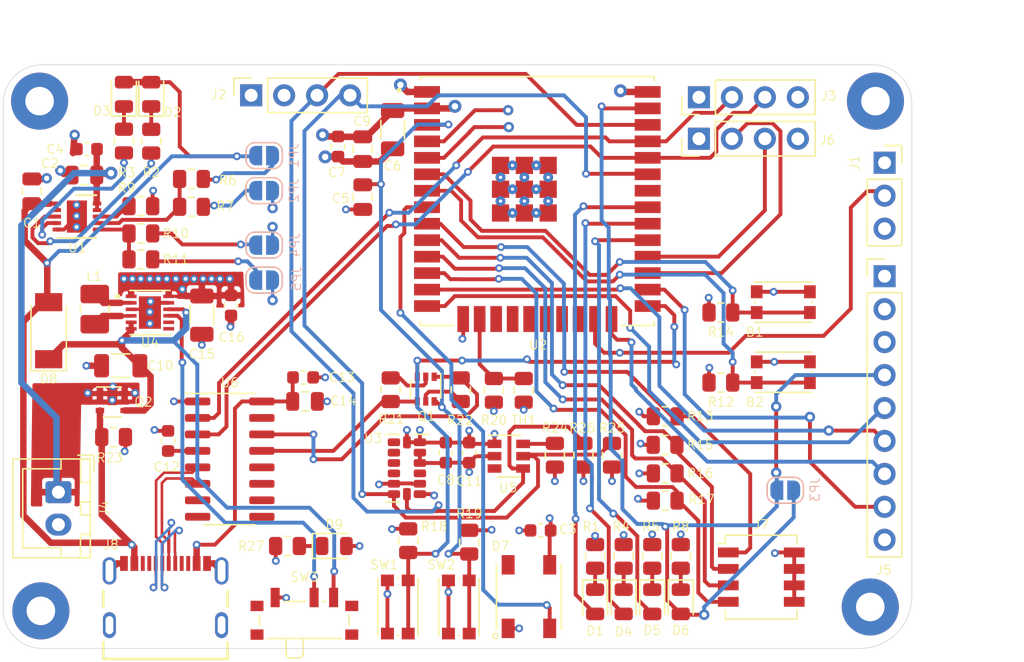
<source format=kicad_pcb>
(kicad_pcb (version 20171130) (host pcbnew "(5.1.12)-1")
  (layers (0 F.Cu signal) (1 POWER signal) (2 GND signal) (31 B.Cu signal) (34 B.Paste user) (35 F.Paste user) (36 B.SilkS user) (37 F.SilkS user) (38 B.Mask user) (39 F.Mask user) (44 Edge.Cuts user))
  (net 0 "")
  (net 1 GND)
  (net 2 +3V3)
  (net 3 VBUS)
  (net 4 +BATT)
  (net 5 "Net-(D1-Pad1)")
  (net 6 "Net-(D2-Pad1)")
  (net 7 LED1)
  (net 8 "Net-(D4-Pad1)")
  (net 9 LED2)
  (net 10 "Net-(D5-Pad1)")
  (net 11 LED3)
  (net 12 LED4)
  (net 13 LED_IN)
  (net 14 "Net-(L1-Pad2)")
  (net 15 "Net-(L1-Pad1)")
  (net 16 EN)
  (net 17 "Net-(Q1-Pad2)")
  (net 18 "Net-(Q1-Pad5)")
  (net 19 "Net-(R2-Pad1)")
  (net 20 INT)
  (net 21 "Net-(SW3-Pad2)")
  (net 22 "Net-(U2-Pad17)")
  (net 23 "Net-(U2-Pad18)")
  (net 24 "Net-(U2-Pad19)")
  (net 25 "Net-(U2-Pad22)")
  (net 26 "Net-(U2-Pad21)")
  (net 27 "Net-(U2-Pad20)")
  (net 28 U0RXD)
  (net 29 U0TXD)
  (net 30 "Net-(U3-Pad11)")
  (net 31 "Net-(U3-Pad10)")
  (net 32 "Net-(U3-Pad9)")
  (net 33 "Net-(U3-Pad8)")
  (net 34 "Net-(U3-Pad3)")
  (net 35 S4)
  (net 36 S3)
  (net 37 S2)
  (net 38 S1)
  (net 39 "Net-(H1-Pad1)")
  (net 40 "Net-(H2-Pad1)")
  (net 41 "Net-(H3-Pad1)")
  (net 42 "Net-(H4-Pad1)")
  (net 43 IO22_I2C_SCL)
  (net 44 IO21_I2C_SDA)
  (net 45 IO17_U2TXD)
  (net 46 IO16_U2RXD)
  (net 47 B1)
  (net 48 B2)
  (net 49 IO15_PIR_IN)
  (net 50 IO13_ADC2_CH4_NTC)
  (net 51 IO12)
  (net 52 IO14)
  (net 53 IO4)
  (net 54 IO2)
  (net 55 "Net-(JP1-Pad2)")
  (net 56 "Net-(JP2-Pad1)")
  (net 57 "Net-(JP4-Pad1)")
  (net 58 "Net-(D3-Pad1)")
  (net 59 "Net-(D9-Pad1)")
  (net 60 ~DTR)
  (net 61 IO0)
  (net 62 ~RTS)
  (net 63 "Net-(R9-Pad1)")
  (net 64 "Net-(R10-Pad1)")
  (net 65 "Net-(U4-Pad7)")
  (net 66 "Net-(U4-Pad8)")
  (net 67 "Net-(U5-Pad3)")
  (net 68 "Net-(U6-Pad15)")
  (net 69 "Net-(U6-Pad12)")
  (net 70 "Net-(U6-Pad11)")
  (net 71 "Net-(U6-Pad10)")
  (net 72 "Net-(U6-Pad9)")
  (net 73 "Net-(U6-Pad8)")
  (net 74 "Net-(U6-Pad7)")
  (net 75 /D-)
  (net 76 /D+)
  (net 77 VP)
  (net 78 VN)
  (net 79 "Net-(D7-Pad2)")
  (net 80 "Net-(C10-Pad2)")
  (net 81 "Net-(C12-Pad2)")
  (net 82 "Net-(D6-Pad2)")
  (net 83 "Net-(D6-Pad1)")
  (net 84 "Net-(D7-Pad4)")
  (net 85 "Net-(J8-PadB8)")
  (net 86 "Net-(J8-PadA5)")
  (net 87 "Net-(J8-PadB5)")
  (net 88 "Net-(J8-PadA8)")
  (net 89 "Net-(JP5-Pad1)")
  (net 90 "Net-(R3-Pad1)")
  (net 91 "Net-(R6-Pad2)")
  (module Jumper:SolderJumper-2_P1.3mm_Open_RoundedPad1.0x1.5mm (layer B.Cu) (at 150.25 95.8)
    (fp_text reference JP3 (at 2.3 -0.05 90) (layer B.SilkS) (effects (font (size 0.7 0.7) (thickness 0.08)) (justify mirror)))
    (fp_text value WIRE)
    (pad 2 smd custom (at 0.65 0) (size 1 0.5) (layers B.Cu B.Mask) (net 82 "Net-(D6-Pad2)") (options (clearance outline) (anchor rect)) (primitives (gr_circle (center 0 -0.25) (end 0.5 -0.25) (width 0)) (gr_circle (center 0 0.25) (end 0.5 0.25) (width 0)) (gr_poly (pts (xy 0 0.75) (xy -0.5 0.75) (xy -0.5 -0.75) (xy 0 -0.75)) (width 0))))
    (pad 1 smd custom (at -0.65 0) (size 1 0.5) (layers B.Cu B.Mask) (net 12 LED4) (options (clearance outline) (anchor rect)) (primitives (gr_circle (center 0 -0.25) (end 0.5 -0.25) (width 0)) (gr_circle (center 0 0.25) (end 0.5 0.25) (width 0)) (gr_poly (pts (xy 0 0.75) (xy 0.5 0.75) (xy 0.5 -0.75) (xy 0 -0.75)) (width 0))))
  )
  (module Connector_PinHeader_2.54mm:PinHeader_1x09_P2.54mm_Vertical (layer F.Cu) (at 157.9 79.3)
    (fp_text reference J5 (at -0.05 22.65 180) (layer F.SilkS) (effects (font (size 0.7 0.7) (thickness 0.08))))
    (fp_text value Conn_01x09)
    (pad 9 thru_hole oval (at 0 20.32) (size 1.7 1.7) (drill 1) (layers *.Cu *.Mask) (net 1 GND))
    (pad 8 thru_hole oval (at 0 17.78) (size 1.7 1.7) (drill 1) (layers *.Cu *.Mask) (net 53 IO4))
    (pad 7 thru_hole oval (at 0 15.24) (size 1.7 1.7) (drill 1) (layers *.Cu *.Mask) (net 54 IO2))
    (pad 6 thru_hole oval (at 0 12.7) (size 1.7 1.7) (drill 1) (layers *.Cu *.Mask) (net 52 IO14))
    (pad 5 thru_hole oval (at 0 10.16) (size 1.7 1.7) (drill 1) (layers *.Cu *.Mask) (net 51 IO12))
    (pad 4 thru_hole oval (at 0 7.62) (size 1.7 1.7) (drill 1) (layers *.Cu *.Mask) (net 12 LED4))
    (pad 3 thru_hole oval (at 0 5.08) (size 1.7 1.7) (drill 1) (layers *.Cu *.Mask) (net 78 VN))
    (pad 2 thru_hole oval (at 0 2.54) (size 1.7 1.7) (drill 1) (layers *.Cu *.Mask) (net 77 VP))
    (pad 1 thru_hole rect (at 0 0) (size 1.7 1.7) (drill 1) (layers *.Cu *.Mask) (net 2 +3V3))
  )
  (module Connector_JST:JST_XH_B2B-XH-A_1x02_P2.50mm_Vertical (layer F.Cu) (at 94.25 95.95 270)
    (fp_text reference J4 (at 1.25 -3.55 90) (layer F.SilkS) (effects (font (size 0.7 0.7) (thickness 0.08))))
    (fp_text value BATT)
    (pad 2 thru_hole oval (at 2.5 0 270) (size 1.7 2) (drill 1) (layers *.Cu *.Mask) (net 1 GND))
    (pad 1 thru_hole roundrect (at 0 0 270) (size 1.7 2) (drill 1) (layers *.Cu *.Mask) (roundrect_rratio 0.1470588235294118) (net 4 +BATT))
  )
  (module Capacitor_SMD:C_0603_1608Metric (layer F.Cu) (at 96.45 69.5 180)
    (fp_text reference C4 (at 2.45 0) (layer F.SilkS) (effects (font (size 0.7 0.7) (thickness 0.08))))
    (fp_text value 100nF)
    (pad 2 smd roundrect (at 0.775 0 180) (size 0.9 0.95) (layers F.Cu F.Paste F.Mask) (net 1 GND))
    (pad 1 smd roundrect (at -0.775 0 180) (size 0.9 0.95) (layers F.Cu F.Paste F.Mask) (net 4 +BATT))
  )
  (module Package_SO:SOIC-16_3.9x9.9mm_P1.27mm (layer F.Cu) (at 107.45 93.4)
    (fp_text reference U6 (at 0 -5.9) (layer F.SilkS) (effects (font (size 0.7 0.7) (thickness 0.08))))
    (fp_text value CH340C)
    (pad 16 smd roundrect (at 2.475 -4.445) (size 1.95 0.6) (layers F.Cu F.Paste F.Mask) (net 3 VBUS))
    (pad 15 smd roundrect (at 2.475 -3.175) (size 1.95 0.6) (layers F.Cu F.Paste F.Mask) (net 68 "Net-(U6-Pad15)"))
    (pad 14 smd roundrect (at 2.475 -1.905) (size 1.95 0.6) (layers F.Cu F.Paste F.Mask) (net 62 ~RTS))
    (pad 13 smd roundrect (at 2.475 -0.635) (size 1.95 0.6) (layers F.Cu F.Paste F.Mask) (net 60 ~DTR))
    (pad 12 smd roundrect (at 2.475 0.635) (size 1.95 0.6) (layers F.Cu F.Paste F.Mask) (net 69 "Net-(U6-Pad12)"))
    (pad 11 smd roundrect (at 2.475 1.905) (size 1.95 0.6) (layers F.Cu F.Paste F.Mask) (net 70 "Net-(U6-Pad11)"))
    (pad 10 smd roundrect (at 2.475 3.175) (size 1.95 0.6) (layers F.Cu F.Paste F.Mask) (net 71 "Net-(U6-Pad10)"))
    (pad 9 smd roundrect (at 2.475 4.445) (size 1.95 0.6) (layers F.Cu F.Paste F.Mask) (net 72 "Net-(U6-Pad9)"))
    (pad 8 smd roundrect (at -2.475 4.445) (size 1.95 0.6) (layers F.Cu F.Paste F.Mask) (net 73 "Net-(U6-Pad8)"))
    (pad 7 smd roundrect (at -2.475 3.175) (size 1.95 0.6) (layers F.Cu F.Paste F.Mask) (net 74 "Net-(U6-Pad7)"))
    (pad 6 smd roundrect (at -2.475 1.905) (size 1.95 0.6) (layers F.Cu F.Paste F.Mask) (net 75 /D-))
    (pad 5 smd roundrect (at -2.475 0.635) (size 1.95 0.6) (layers F.Cu F.Paste F.Mask) (net 76 /D+))
    (pad 4 smd roundrect (at -2.475 -0.635) (size 1.95 0.6) (layers F.Cu F.Paste F.Mask) (net 81 "Net-(C12-Pad2)"))
    (pad 3 smd roundrect (at -2.475 -1.905) (size 1.95 0.6) (layers F.Cu F.Paste F.Mask) (net 29 U0TXD))
    (pad 2 smd roundrect (at -2.475 -3.175) (size 1.95 0.6) (layers F.Cu F.Paste F.Mask) (net 28 U0RXD))
    (pad 1 smd roundrect (at -2.475 -4.445) (size 1.95 0.6) (layers F.Cu F.Paste F.Mask) (net 1 GND))
  )
  (module Package_DFN_QFN:DFN-10-1EP_3x3mm_P0.5mm_EP1.55x2.48mm (layer F.Cu) (at 95.675 74.7)
    (fp_text reference U1 (at 0.025 2.4) (layer F.SilkS) (effects (font (size 0.7 0.7) (thickness 0.08))))
    (fp_text value IC-BATT-CHARGER-MCP73834)
    (pad 11 smd rect (at 0 0) (size 1.55 2.48) (layers F.Cu F.Mask) (net 1 GND))
    (pad 10 smd rect (at 1.55 -1) (size 0.65 0.3) (layers F.Cu F.Paste F.Mask) (net 4 +BATT))
    (pad 9 smd rect (at 1.55 -0.5) (size 0.65 0.3) (layers F.Cu F.Paste F.Mask) (net 4 +BATT))
    (pad 8 smd rect (at 1.55 0) (size 0.65 0.3) (layers F.Cu F.Paste F.Mask) (net 63 "Net-(R9-Pad1)"))
    (pad 7 smd rect (at 1.55 0.5) (size 0.65 0.3) (layers F.Cu F.Paste F.Mask) (net 91 "Net-(R6-Pad2)"))
    (pad 6 smd rect (at 1.55 1) (size 0.65 0.3) (layers F.Cu F.Paste F.Mask) (net 64 "Net-(R10-Pad1)"))
    (pad 5 smd rect (at -1.55 1) (size 0.65 0.3) (layers F.Cu F.Paste F.Mask) (net 1 GND))
    (pad 4 smd rect (at -1.55 0.5) (size 0.65 0.3) (layers F.Cu F.Paste F.Mask) (net 90 "Net-(R3-Pad1)"))
    (pad 3 smd rect (at -1.55 0) (size 0.65 0.3) (layers F.Cu F.Paste F.Mask) (net 19 "Net-(R2-Pad1)"))
    (pad 2 smd rect (at -1.55 -0.5) (size 0.65 0.3) (layers F.Cu F.Paste F.Mask) (net 3 VBUS))
    (pad 1 smd rect (at -1.55 -1) (size 0.65 0.3) (layers F.Cu F.Paste F.Mask) (net 3 VBUS))
  )
  (module Button_Switch_SMD:SW_Push_1P1T_NO_CK_KMR2 (layer F.Cu) (at 125.1 104.8 90)
    (fp_text reference SW2 (at 3.25 -1.35 180) (layer F.SilkS) (effects (font (size 0.7 0.7) (thickness 0.08))))
    (fp_text value EN)
    (pad 2 smd rect (at 2.05 0.8 90) (size 0.9 1) (layers F.Cu F.Paste F.Mask) (net 16 EN))
    (pad 1 smd rect (at 2.05 -0.8 90) (size 0.9 1) (layers F.Cu F.Paste F.Mask) (net 1 GND))
    (pad 2 smd rect (at -2.05 0.8 90) (size 0.9 1) (layers F.Cu F.Paste F.Mask) (net 16 EN))
    (pad 1 smd rect (at -2.05 -0.8 90) (size 0.9 1) (layers F.Cu F.Paste F.Mask) (net 1 GND))
  )
  (module Button_Switch_SMD:SW_Push_1P1T_NO_CK_KMR2 (layer F.Cu) (at 120.4 104.8 90)
    (fp_text reference SW1 (at 3.25 -1.05 180) (layer F.SilkS) (effects (font (size 0.7 0.7) (thickness 0.08))))
    (fp_text value RST)
    (pad 2 smd rect (at 2.05 0.8 90) (size 0.9 1) (layers F.Cu F.Paste F.Mask) (net 61 IO0))
    (pad 1 smd rect (at 2.05 -0.8 90) (size 0.9 1) (layers F.Cu F.Paste F.Mask) (net 1 GND))
    (pad 2 smd rect (at -2.05 0.8 90) (size 0.9 1) (layers F.Cu F.Paste F.Mask) (net 61 IO0))
    (pad 1 smd rect (at -2.05 -0.8 90) (size 0.9 1) (layers F.Cu F.Paste F.Mask) (net 1 GND))
  )
  (module Resistor_SMD:R_0805_2012Metric (layer F.Cu) (at 125.25 88.05 90)
    (fp_text reference R22 (at -2.35 -0.05 180) (layer F.SilkS) (effects (font (size 0.7 0.7) (thickness 0.08))))
    (fp_text value 10K)
    (pad 2 smd roundrect (at 0.9125 0 90) (size 1.025 1.4) (layers F.Cu F.Paste F.Mask) (roundrect_rratio 0.2439014634146341) (net 62 ~RTS))
    (pad 1 smd roundrect (at -0.9125 0 90) (size 1.025 1.4) (layers F.Cu F.Paste F.Mask) (roundrect_rratio 0.2439014634146341) (net 18 "Net-(Q1-Pad5)"))
  )
  (module Resistor_SMD:R_0805_2012Metric (layer F.Cu) (at 119.85 88.05 270)
    (fp_text reference R21 (at 2.25 -0.05 180) (layer F.SilkS) (effects (font (size 0.7 0.7) (thickness 0.08))))
    (fp_text value 10K)
    (pad 2 smd roundrect (at 0.9125 0 270) (size 1.025 1.4) (layers F.Cu F.Paste F.Mask) (roundrect_rratio 0.2439014634146341) (net 60 ~DTR))
    (pad 1 smd roundrect (at -0.9125 0 270) (size 1.025 1.4) (layers F.Cu F.Paste F.Mask) (roundrect_rratio 0.2439014634146341) (net 17 "Net-(Q1-Pad2)"))
  )
  (module Package_TO_SOT_SMD:SOT-363_SC-70-6 (layer F.Cu) (at 122.55 88 270)
    (fp_text reference Q1 (at 2.1 -0.05 180) (layer F.SilkS) (effects (font (size 0.7 0.7) (thickness 0.08))))
    (fp_text value MBT3904DW1)
    (pad 6 smd rect (at 0.95 -0.65 270) (size 0.65 0.4) (layers F.Cu F.Paste F.Mask) (net 16 EN))
    (pad 4 smd rect (at 0.95 0.65 270) (size 0.65 0.4) (layers F.Cu F.Paste F.Mask) (net 60 ~DTR))
    (pad 2 smd rect (at -0.95 0 270) (size 0.65 0.4) (layers F.Cu F.Paste F.Mask) (net 17 "Net-(Q1-Pad2)"))
    (pad 5 smd rect (at 0.95 0 270) (size 0.65 0.4) (layers F.Cu F.Paste F.Mask) (net 18 "Net-(Q1-Pad5)"))
    (pad 3 smd rect (at -0.95 0.65 270) (size 0.65 0.4) (layers F.Cu F.Paste F.Mask) (net 61 IO0))
    (pad 1 smd rect (at -0.95 -0.65 270) (size 0.65 0.4) (layers F.Cu F.Paste F.Mask) (net 62 ~RTS))
  )
  (module Button_Switch_SMD:SW_DIP_SPSTx04_Slide_Copal_CHS-04A_W5.08mm_P1.27mm_JPin (layer F.Cu) (at 148.4 102.5)
    (fp_text reference J7 (at 0 -4.05) (layer F.SilkS) (effects (font (size 0.7 0.7) (thickness 0.08))))
    (fp_text value SWITCH)
    (pad 8 smd rect (at 2.54 -1.905) (size 1.6 0.76) (layers F.Cu F.Paste F.Mask) (net 2 +3V3))
    (pad 4 smd rect (at -2.54 1.905) (size 1.6 0.76) (layers F.Cu F.Paste F.Mask) (net 35 S4))
    (pad 7 smd rect (at 2.54 -0.635) (size 1.6 0.76) (layers F.Cu F.Paste F.Mask) (net 2 +3V3))
    (pad 3 smd rect (at -2.54 0.635) (size 1.6 0.76) (layers F.Cu F.Paste F.Mask) (net 36 S3))
    (pad 6 smd rect (at 2.54 0.635) (size 1.6 0.76) (layers F.Cu F.Paste F.Mask) (net 2 +3V3))
    (pad 2 smd rect (at -2.54 -0.635) (size 1.6 0.76) (layers F.Cu F.Paste F.Mask) (net 37 S2))
    (pad 5 smd rect (at 2.54 1.905) (size 1.6 0.76) (layers F.Cu F.Paste F.Mask) (net 2 +3V3))
    (pad 1 smd rect (at -2.54 -1.905) (size 1.6 0.76) (layers F.Cu F.Paste F.Mask) (net 38 S1))
  )
  (module Connector_PinSocket_2.54mm:PinSocket_1x04_P2.54mm_Vertical (layer F.Cu) (at 109.1 65.35 90)
    (fp_text reference J2 (at 0.05 -2.5 180) (layer F.SilkS) (effects (font (size 0.7 0.7) (thickness 0.08))))
    (fp_text value OLED-128X64)
    (pad 4 thru_hole oval (at 0 7.62 90) (size 1.7 1.7) (drill 1) (layers *.Cu *.Mask) (net 44 IO21_I2C_SDA))
    (pad 3 thru_hole oval (at 0 5.08 90) (size 1.7 1.7) (drill 1) (layers *.Cu *.Mask) (net 43 IO22_I2C_SCL))
    (pad 2 thru_hole oval (at 0 2.54 90) (size 1.7 1.7) (drill 1) (layers *.Cu *.Mask) (net 2 +3V3))
    (pad 1 thru_hole rect (at 0 0 90) (size 1.7 1.7) (drill 1) (layers *.Cu *.Mask) (net 1 GND))
  )
  (module Capacitor_SMD:C_0805_2012Metric (layer F.Cu) (at 113.25 88.95 180)
    (fp_text reference C14 (at -2.95 0.05) (layer F.SilkS) (effects (font (size 0.7 0.7) (thickness 0.08))))
    (fp_text value 1uF)
    (pad 2 smd roundrect (at 0.95 0 180) (size 1 1.45) (layers F.Cu F.Paste F.Mask) (net 3 VBUS))
    (pad 1 smd roundrect (at -0.95 0 180) (size 1 1.45) (layers F.Cu F.Paste F.Mask) (net 1 GND))
  )
  (module Capacitor_SMD:C_0603_1608Metric (layer F.Cu) (at 113.1 87.1)
    (fp_text reference C13 (at 3 0) (layer F.SilkS) (effects (font (size 0.7 0.7) (thickness 0.08))))
    (fp_text value 100nF)
    (pad 2 smd roundrect (at 0.775 0) (size 0.9 0.95) (layers F.Cu F.Paste F.Mask) (net 1 GND))
    (pad 1 smd roundrect (at -0.775 0) (size 0.9 0.95) (layers F.Cu F.Paste F.Mask) (net 3 VBUS))
  )
  (module Capacitor_SMD:C_0603_1608Metric (layer F.Cu) (at 102.7 92 270)
    (fp_text reference C12 (at 2 0.1 180) (layer F.SilkS) (effects (font (size 0.7 0.7) (thickness 0.08))))
    (fp_text value 100nF)
    (pad 2 smd roundrect (at 0.775 0 270) (size 0.9 0.95) (layers F.Cu F.Paste F.Mask) (net 81 "Net-(C12-Pad2)"))
    (pad 1 smd roundrect (at -0.775 0 270) (size 0.9 0.95) (layers F.Cu F.Paste F.Mask) (net 1 GND))
  )
  (module Capacitor_SMD:C_0805_2012Metric (layer F.Cu) (at 117.7 69.5 90)
    (fp_text reference C9 (at 2.15 -0.05 180) (layer F.SilkS) (effects (font (size 0.7 0.7) (thickness 0.08))))
    (fp_text value 1uF)
    (pad 2 smd roundrect (at 0.95 0 90) (size 1 1.45) (layers F.Cu F.Paste F.Mask) (net 2 +3V3))
    (pad 1 smd roundrect (at -0.95 0 90) (size 1 1.45) (layers F.Cu F.Paste F.Mask) (net 1 GND))
  )
  (module Capacitor_SMD:C_0603_1608Metric (layer F.Cu) (at 115.8 69.3 270)
    (fp_text reference C7 (at 2 0.1 180) (layer F.SilkS) (effects (font (size 0.7 0.7) (thickness 0.08))))
    (fp_text value 100nF)
    (pad 2 smd roundrect (at 0.775 0 270) (size 0.9 0.95) (layers F.Cu F.Paste F.Mask) (net 1 GND))
    (pad 1 smd roundrect (at -0.775 0 270) (size 0.9 0.95) (layers F.Cu F.Paste F.Mask) (net 2 +3V3))
  )
  (module Capacitor_SMD:C_1206_3216Metric (layer F.Cu) (at 120 68 90)
    (fp_text reference C6 (at -2.8 0 180) (layer F.SilkS) (effects (font (size 0.7 0.7) (thickness 0.08))))
    (fp_text value 10uF)
    (pad 2 smd roundrect (at 1.475 0 90) (size 1.15 1.8) (layers F.Cu F.Paste F.Mask) (roundrect_rratio 0.2173904347826087) (net 2 +3V3))
    (pad 1 smd roundrect (at -1.475 0 90) (size 1.15 1.8) (layers F.Cu F.Paste F.Mask) (roundrect_rratio 0.2173904347826087) (net 1 GND))
  )
  (module Capacitor_SMD:C_0805_2012Metric (layer F.Cu) (at 117.7 73.2 90)
    (fp_text reference C5 (at -0.1 -1.7 180) (layer F.SilkS) (effects (font (size 0.7 0.7) (thickness 0.08))))
    (fp_text value 1uF)
    (pad 2 smd roundrect (at 0.95 0 90) (size 1 1.45) (layers F.Cu F.Paste F.Mask) (net 16 EN))
    (pad 1 smd roundrect (at -0.95 0 90) (size 1 1.45) (layers F.Cu F.Paste F.Mask) (net 1 GND))
  )
  (module Button_Switch_SMD:SW_Push_1P1T_NO_CK_KMR2 (layer F.Cu) (at 150.1 86.7)
    (fp_text reference B2 (at -2.2 2.3) (layer F.SilkS) (effects (font (size 0.7 0.7) (thickness 0.08))))
    (fp_text value BUT)
    (pad 2 smd rect (at 2.05 0.8) (size 0.9 1) (layers F.Cu F.Paste F.Mask) (net 48 B2))
    (pad 1 smd rect (at 2.05 -0.8) (size 0.9 1) (layers F.Cu F.Paste F.Mask) (net 1 GND))
    (pad 2 smd rect (at -2.05 0.8) (size 0.9 1) (layers F.Cu F.Paste F.Mask) (net 48 B2))
    (pad 1 smd rect (at -2.05 -0.8) (size 0.9 1) (layers F.Cu F.Paste F.Mask) (net 1 GND))
  )
  (module Button_Switch_SMD:SW_Push_1P1T_NO_CK_KMR2 (layer F.Cu) (at 150.1 81.3)
    (fp_text reference B1 (at -2.2 2.3) (layer F.SilkS) (effects (font (size 0.7 0.7) (thickness 0.08))))
    (fp_text value BUT)
    (pad 2 smd rect (at 2.05 0.8) (size 0.9 1) (layers F.Cu F.Paste F.Mask) (net 47 B1))
    (pad 1 smd rect (at 2.05 -0.8) (size 0.9 1) (layers F.Cu F.Paste F.Mask) (net 1 GND))
    (pad 2 smd rect (at -2.05 0.8) (size 0.9 1) (layers F.Cu F.Paste F.Mask) (net 47 B1))
    (pad 1 smd rect (at -2.05 -0.8) (size 0.9 1) (layers F.Cu F.Paste F.Mask) (net 1 GND))
  )
  (module Resistor_SMD:R_0805_2012Metric (layer F.Cu) (at 100.6 78)
    (fp_text reference R11 (at 2.7 0) (layer F.SilkS) (effects (font (size 0.7 0.7) (thickness 0.08))))
    (fp_text value 1.5K)
    (pad 2 smd roundrect (at 0.9125 0) (size 1.025 1.4) (layers F.Cu F.Paste F.Mask) (roundrect_rratio 0.2439014634146341) (net 89 "Net-(JP5-Pad1)"))
    (pad 1 smd roundrect (at -0.9125 0) (size 1.025 1.4) (layers F.Cu F.Paste F.Mask) (roundrect_rratio 0.2439014634146341) (net 64 "Net-(R10-Pad1)"))
  )
  (module Resistor_SMD:R_0805_2012Metric (layer F.Cu) (at 100.6 76)
    (fp_text reference R10 (at 2.7 0) (layer F.SilkS) (effects (font (size 0.7 0.7) (thickness 0.08))))
    (fp_text value 1.5K)
    (pad 2 smd roundrect (at 0.9125 0) (size 1.025 1.4) (layers F.Cu F.Paste F.Mask) (roundrect_rratio 0.2439014634146341) (net 57 "Net-(JP4-Pad1)"))
    (pad 1 smd roundrect (at -0.9125 0) (size 1.025 1.4) (layers F.Cu F.Paste F.Mask) (roundrect_rratio 0.2439014634146341) (net 64 "Net-(R10-Pad1)"))
  )
  (module Resistor_SMD:R_0805_2012Metric (layer F.Cu) (at 104.5 73.95)
    (fp_text reference R7 (at 2.6 -0.05) (layer F.SilkS) (effects (font (size 0.7 0.7) (thickness 0.08))))
    (fp_text value 10K)
    (pad 2 smd roundrect (at 0.9125 0) (size 1.025 1.4) (layers F.Cu F.Paste F.Mask) (roundrect_rratio 0.2439014634146341) (net 56 "Net-(JP2-Pad1)"))
    (pad 1 smd roundrect (at -0.9125 0) (size 1.025 1.4) (layers F.Cu F.Paste F.Mask) (roundrect_rratio 0.2439014634146341) (net 91 "Net-(R6-Pad2)"))
  )
  (module Resistor_SMD:R_0805_2012Metric (layer F.Cu) (at 104.5 71.8 180)
    (fp_text reference R6 (at -2.8 -0.1) (layer F.SilkS) (effects (font (size 0.7 0.7) (thickness 0.08))))
    (fp_text value 10K)
    (pad 2 smd roundrect (at 0.9125 0 180) (size 1.025 1.4) (layers F.Cu F.Paste F.Mask) (roundrect_rratio 0.2439014634146341) (net 91 "Net-(R6-Pad2)"))
    (pad 1 smd roundrect (at -0.9125 0 180) (size 1.025 1.4) (layers F.Cu F.Paste F.Mask) (roundrect_rratio 0.2439014634146341) (net 55 "Net-(JP1-Pad2)"))
  )
  (module Jumper:SolderJumper-2_P1.3mm_Open_RoundedPad1.0x1.5mm (layer B.Cu) (at 110.1 79.6)
    (fp_text reference JP5 (at 2.5 -0.1 90) (layer B.SilkS) (effects (font (size 0.7 0.7) (thickness 0.08)) (justify mirror)))
    (fp_text value WIRE)
    (pad 2 smd custom (at 0.65 0) (size 1 0.5) (layers B.Cu B.Mask) (net 1 GND) (options (clearance outline) (anchor rect)) (primitives (gr_circle (center 0 -0.25) (end 0.5 -0.25) (width 0)) (gr_circle (center 0 0.25) (end 0.5 0.25) (width 0)) (gr_poly (pts (xy 0 0.75) (xy -0.5 0.75) (xy -0.5 -0.75) (xy 0 -0.75)) (width 0))))
    (pad 1 smd custom (at -0.65 0) (size 1 0.5) (layers B.Cu B.Mask) (net 89 "Net-(JP5-Pad1)") (options (clearance outline) (anchor rect)) (primitives (gr_circle (center 0 -0.25) (end 0.5 -0.25) (width 0)) (gr_circle (center 0 0.25) (end 0.5 0.25) (width 0)) (gr_poly (pts (xy 0 0.75) (xy 0.5 0.75) (xy 0.5 -0.75) (xy 0 -0.75)) (width 0))))
  )
  (module Jumper:SolderJumper-2_P1.3mm_Open_RoundedPad1.0x1.5mm (layer B.Cu) (at 110.1 76.9)
    (fp_text reference JP4 (at 2.4 0 90) (layer B.SilkS) (effects (font (size 0.7 0.7) (thickness 0.08)) (justify mirror)))
    (fp_text value WIRE)
    (pad 2 smd custom (at 0.65 0) (size 1 0.5) (layers B.Cu B.Mask) (net 1 GND) (options (clearance outline) (anchor rect)) (primitives (gr_circle (center 0 -0.25) (end 0.5 -0.25) (width 0)) (gr_circle (center 0 0.25) (end 0.5 0.25) (width 0)) (gr_poly (pts (xy 0 0.75) (xy -0.5 0.75) (xy -0.5 -0.75) (xy 0 -0.75)) (width 0))))
    (pad 1 smd custom (at -0.65 0) (size 1 0.5) (layers B.Cu B.Mask) (net 57 "Net-(JP4-Pad1)") (options (clearance outline) (anchor rect)) (primitives (gr_circle (center 0 -0.25) (end 0.5 -0.25) (width 0)) (gr_circle (center 0 0.25) (end 0.5 0.25) (width 0)) (gr_poly (pts (xy 0 0.75) (xy 0.5 0.75) (xy 0.5 -0.75) (xy 0 -0.75)) (width 0))))
  )
  (module Jumper:SolderJumper-2_P1.3mm_Open_RoundedPad1.0x1.5mm (layer B.Cu) (at 110.1 72.7)
    (fp_text reference JP2 (at 2.3 0 90) (layer B.SilkS) (effects (font (size 0.7 0.7) (thickness 0.08)) (justify mirror)))
    (fp_text value WIRE)
    (pad 2 smd custom (at 0.65 0) (size 1 0.5) (layers B.Cu B.Mask) (net 1 GND) (options (clearance outline) (anchor rect)) (primitives (gr_circle (center 0 -0.25) (end 0.5 -0.25) (width 0)) (gr_circle (center 0 0.25) (end 0.5 0.25) (width 0)) (gr_poly (pts (xy 0 0.75) (xy -0.5 0.75) (xy -0.5 -0.75) (xy 0 -0.75)) (width 0))))
    (pad 1 smd custom (at -0.65 0) (size 1 0.5) (layers B.Cu B.Mask) (net 56 "Net-(JP2-Pad1)") (options (clearance outline) (anchor rect)) (primitives (gr_circle (center 0 -0.25) (end 0.5 -0.25) (width 0)) (gr_circle (center 0 0.25) (end 0.5 0.25) (width 0)) (gr_poly (pts (xy 0 0.75) (xy 0.5 0.75) (xy 0.5 -0.75) (xy 0 -0.75)) (width 0))))
  )
  (module Jumper:SolderJumper-2_P1.3mm_Open_RoundedPad1.0x1.5mm (layer B.Cu) (at 110.1 70)
    (fp_text reference JP1 (at 2.3 0 90) (layer B.SilkS) (effects (font (size 0.7 0.7) (thickness 0.08)) (justify mirror)))
    (fp_text value WIRE)
    (pad 2 smd custom (at 0.65 0) (size 1 0.5) (layers B.Cu B.Mask) (net 55 "Net-(JP1-Pad2)") (options (clearance outline) (anchor rect)) (primitives (gr_circle (center 0 -0.25) (end 0.5 -0.25) (width 0)) (gr_circle (center 0 0.25) (end 0.5 0.25) (width 0)) (gr_poly (pts (xy 0 0.75) (xy -0.5 0.75) (xy -0.5 -0.75) (xy 0 -0.75)) (width 0))))
    (pad 1 smd custom (at -0.65 0) (size 1 0.5) (layers B.Cu B.Mask) (net 3 VBUS) (options (clearance outline) (anchor rect)) (primitives (gr_circle (center 0 -0.25) (end 0.5 -0.25) (width 0)) (gr_circle (center 0 0.25) (end 0.5 0.25) (width 0)) (gr_poly (pts (xy 0 0.75) (xy 0.5 0.75) (xy 0.5 -0.75) (xy 0 -0.75)) (width 0))))
  )
  (module Connector_PinHeader_2.54mm:PinHeader_1x04_P2.54mm_Vertical (layer F.Cu) (at 143.6 68.7 90)
    (fp_text reference J6 (at -0.1 9.9 180) (layer F.SilkS) (effects (font (size 0.7 0.7) (thickness 0.08))))
    (fp_text value UART)
    (pad 4 thru_hole oval (at 0 7.62 90) (size 1.7 1.7) (drill 1) (layers *.Cu *.Mask) (net 1 GND))
    (pad 3 thru_hole oval (at 0 5.08 90) (size 1.7 1.7) (drill 1) (layers *.Cu *.Mask) (net 45 IO17_U2TXD))
    (pad 2 thru_hole oval (at 0 2.54 90) (size 1.7 1.7) (drill 1) (layers *.Cu *.Mask) (net 46 IO16_U2RXD))
    (pad 1 thru_hole rect (at 0 0 90) (size 1.7 1.7) (drill 1) (layers *.Cu *.Mask) (net 2 +3V3))
  )
  (module Connector_PinSocket_2.54mm:PinSocket_1x03_P2.54mm_Vertical (layer F.Cu) (at 157.9 70.55)
    (fp_text reference J1 (at -2.3 0 90) (layer F.SilkS) (effects (font (size 0.7 0.7) (thickness 0.08))))
    (fp_text value "PIR SENSOR")
    (pad 3 thru_hole oval (at 0 5.08) (size 1.7 1.7) (drill 1) (layers *.Cu *.Mask) (net 1 GND))
    (pad 2 thru_hole oval (at 0 2.54) (size 1.7 1.7) (drill 1) (layers *.Cu *.Mask) (net 49 IO15_PIR_IN))
    (pad 1 thru_hole rect (at 0 0) (size 1.7 1.7) (drill 1) (layers *.Cu *.Mask) (net 2 +3V3))
  )
  (module Resistor_SMD:R_0805_2012Metric (layer F.Cu) (at 145.2875 82.1 180)
    (fp_text reference R14 (at -0.0125 -1.5) (layer F.SilkS) (effects (font (size 0.7 0.7) (thickness 0.08))))
    (fp_text value 10K)
    (pad 2 smd roundrect (at 0.9125 0 180) (size 1.025 1.4) (layers F.Cu F.Paste F.Mask) (roundrect_rratio 0.2439014634146341) (net 1 GND))
    (pad 1 smd roundrect (at -0.9125 0 180) (size 1.025 1.4) (layers F.Cu F.Paste F.Mask) (roundrect_rratio 0.2439014634146341) (net 47 B1))
  )
  (module Resistor_SMD:R_0805_2012Metric (layer F.Cu) (at 145.2875 87.5 180)
    (fp_text reference R12 (at -0.0125 -1.5) (layer F.SilkS) (effects (font (size 0.7 0.7) (thickness 0.08))))
    (fp_text value 10K)
    (pad 2 smd roundrect (at 0.9125 0 180) (size 1.025 1.4) (layers F.Cu F.Paste F.Mask) (roundrect_rratio 0.2439014634146341) (net 1 GND))
    (pad 1 smd roundrect (at -0.9125 0 180) (size 1.025 1.4) (layers F.Cu F.Paste F.Mask) (roundrect_rratio 0.2439014634146341) (net 48 B2))
  )
  (module MountingHole:MountingHole_2.2mm_M2_Pad (layer F.Cu) (at 157.2 65.8)
    (fp_text reference H4 hide)
    (fp_text value Mount)
    (pad 1 thru_hole circle (at 0 0) (size 4.4 4.4) (drill 2.2) (layers *.Cu *.Mask) (net 42 "Net-(H4-Pad1)"))
  )
  (module MountingHole:MountingHole_2.2mm_M2_Pad (layer F.Cu) (at 156.8 104.8)
    (fp_text reference H3 hide)
    (fp_text value Mount)
    (pad 1 thru_hole circle (at 0 0) (size 4.4 4.4) (drill 2.2) (layers *.Cu *.Mask) (net 41 "Net-(H3-Pad1)"))
  )
  (module MountingHole:MountingHole_2.2mm_M2_Pad (layer F.Cu) (at 92.9 105.1)
    (fp_text reference H2 hide)
    (fp_text value Mount)
    (pad 1 thru_hole circle (at 0 0) (size 4.4 4.4) (drill 2.2) (layers *.Cu *.Mask) (net 40 "Net-(H2-Pad1)"))
  )
  (module MountingHole:MountingHole_2.2mm_M2_Pad (layer F.Cu) (at 92.8 65.8)
    (fp_text reference H1 hide)
    (fp_text value Mount)
    (pad 1 thru_hole circle (at 0 0) (size 4.4 4.4) (drill 2.2) (layers *.Cu *.Mask) (net 39 "Net-(H1-Pad1)"))
  )
  (module Connector_PinHeader_2.54mm:PinHeader_1x04_P2.54mm_Vertical (layer F.Cu) (at 143.6 65.5 90)
    (fp_text reference J3 (at 0.1 10 180) (layer F.SilkS) (effects (font (size 0.7 0.7) (thickness 0.08))))
    (fp_text value PROG)
    (pad 4 thru_hole oval (at 0 7.62 90) (size 1.7 1.7) (drill 1) (layers *.Cu *.Mask) (net 1 GND))
    (pad 3 thru_hole oval (at 0 5.08 90) (size 1.7 1.7) (drill 1) (layers *.Cu *.Mask) (net 29 U0TXD))
    (pad 2 thru_hole oval (at 0 2.54 90) (size 1.7 1.7) (drill 1) (layers *.Cu *.Mask) (net 28 U0RXD))
    (pad 1 thru_hole rect (at 0 0 90) (size 1.7 1.7) (drill 1) (layers *.Cu *.Mask) (net 2 +3V3))
  )
  (module Resistor_SMD:R_0805_2012Metric (layer F.Cu) (at 130.1 88.1 90)
    (fp_text reference TH1 (at -2.3 0 180) (layer F.SilkS) (effects (font (size 0.7 0.7) (thickness 0.08))))
    (fp_text value 10K)
    (pad 2 smd roundrect (at 0.9125 0 90) (size 1.025 1.4) (layers F.Cu F.Paste F.Mask) (roundrect_rratio 0.2439014634146341) (net 50 IO13_ADC2_CH4_NTC))
    (pad 1 smd roundrect (at -0.9125 0 90) (size 1.025 1.4) (layers F.Cu F.Paste F.Mask) (roundrect_rratio 0.2439014634146341) (net 2 +3V3))
  )
  (module Resistor_SMD:R_0805_2012Metric (layer F.Cu) (at 127.8 88.1 270)
    (fp_text reference R20 (at 2.3 0 180) (layer F.SilkS) (effects (font (size 0.7 0.7) (thickness 0.08))))
    (fp_text value 10K)
    (pad 2 smd roundrect (at 0.9125 0 270) (size 1.025 1.4) (layers F.Cu F.Paste F.Mask) (roundrect_rratio 0.2439014634146341) (net 1 GND))
    (pad 1 smd roundrect (at -0.9125 0 270) (size 1.025 1.4) (layers F.Cu F.Paste F.Mask) (roundrect_rratio 0.2439014634146341) (net 50 IO13_ADC2_CH4_NTC))
  )
  (module Resistor_SMD:R_0805_2012Metric (layer F.Cu) (at 141 96.6 180)
    (fp_text reference R17 (at -2.8 0.1) (layer F.SilkS) (effects (font (size 0.7 0.7) (thickness 0.08))))
    (fp_text value 10K)
    (pad 2 smd roundrect (at 0.9125 0 180) (size 1.025 1.4) (layers F.Cu F.Paste F.Mask) (roundrect_rratio 0.2439014634146341) (net 1 GND))
    (pad 1 smd roundrect (at -0.9125 0 180) (size 1.025 1.4) (layers F.Cu F.Paste F.Mask) (roundrect_rratio 0.2439014634146341) (net 35 S4))
  )
  (module Resistor_SMD:R_0805_2012Metric (layer F.Cu) (at 141 94.5 180)
    (fp_text reference R16 (at -2.7 0) (layer F.SilkS) (effects (font (size 0.7 0.7) (thickness 0.08))))
    (fp_text value 10K)
    (pad 2 smd roundrect (at 0.9125 0 180) (size 1.025 1.4) (layers F.Cu F.Paste F.Mask) (roundrect_rratio 0.2439014634146341) (net 1 GND))
    (pad 1 smd roundrect (at -0.9125 0 180) (size 1.025 1.4) (layers F.Cu F.Paste F.Mask) (roundrect_rratio 0.2439014634146341) (net 36 S3))
  )
  (module Resistor_SMD:R_0805_2012Metric (layer F.Cu) (at 140.9875 92.3 180)
    (fp_text reference R15 (at -2.7125 0) (layer F.SilkS) (effects (font (size 0.7 0.7) (thickness 0.08))))
    (fp_text value 10K)
    (pad 2 smd roundrect (at 0.9125 0 180) (size 1.025 1.4) (layers F.Cu F.Paste F.Mask) (roundrect_rratio 0.2439014634146341) (net 1 GND))
    (pad 1 smd roundrect (at -0.9125 0 180) (size 1.025 1.4) (layers F.Cu F.Paste F.Mask) (roundrect_rratio 0.2439014634146341) (net 37 S2))
  )
  (module Resistor_SMD:R_0805_2012Metric (layer F.Cu) (at 141 90.1 180)
    (fp_text reference R13 (at -2.7 0) (layer F.SilkS) (effects (font (size 0.7 0.7) (thickness 0.08))))
    (fp_text value 10K)
    (pad 2 smd roundrect (at 0.9125 0 180) (size 1.025 1.4) (layers F.Cu F.Paste F.Mask) (roundrect_rratio 0.2439014634146341) (net 1 GND))
    (pad 1 smd roundrect (at -0.9125 0 180) (size 1.025 1.4) (layers F.Cu F.Paste F.Mask) (roundrect_rratio 0.2439014634146341) (net 38 S1))
  )
  (module Resistor_SMD:R_0805_2012Metric (layer F.Cu) (at 111.9 100.1 180)
    (fp_text reference R27 (at 2.8 0) (layer F.SilkS) (effects (font (size 0.7 0.7) (thickness 0.08))))
    (fp_text value 1.5K)
    (pad 2 smd roundrect (at 0.9125 0 180) (size 1.025 1.4) (layers F.Cu F.Paste F.Mask) (roundrect_rratio 0.2439014634146341) (net 1 GND))
    (pad 1 smd roundrect (at -0.9125 0 180) (size 1.025 1.4) (layers F.Cu F.Paste F.Mask) (roundrect_rratio 0.2439014634146341) (net 59 "Net-(D9-Pad1)"))
  )
  (module LED_SMD:LED_0805_2012Metric (layer F.Cu) (at 115.5 100.1)
    (fp_text reference D9 (at 0 -1.65) (layer F.SilkS) (effects (font (size 0.7 0.7) (thickness 0.08))))
    (fp_text value GREEN)
    (pad 2 smd roundrect (at 0.9375 0) (size 0.975 1.4) (layers F.Cu F.Paste F.Mask) (net 2 +3V3))
    (pad 1 smd roundrect (at -0.9375 0) (size 0.975 1.4) (layers F.Cu F.Paste F.Mask) (net 59 "Net-(D9-Pad1)"))
  )
  (module Capacitor_SMD:C_0603_1608Metric (layer F.Cu) (at 107.55 81.55 270)
    (fp_text reference C16 (at 2.45 -0.05 180) (layer F.SilkS) (effects (font (size 0.7 0.7) (thickness 0.08))))
    (fp_text value 100nF)
    (pad 2 smd roundrect (at 0.775 0 270) (size 0.9 0.95) (layers F.Cu F.Paste F.Mask) (net 1 GND))
    (pad 1 smd roundrect (at -0.775 0 270) (size 0.9 0.95) (layers F.Cu F.Paste F.Mask) (net 2 +3V3))
  )
  (module 1KiCadLib:ESP32-WROOM-32U (layer F.Cu) (at 131.15 73.5)
    (fp_text reference U2 (at 0.05 11.1) (layer F.SilkS) (effects (font (size 0.7 0.7) (thickness 0.08))))
    (fp_text value ESP32-WROOM-32U)
    (pad G.21 thru_hole circle (at -0.0825 0.925) (size 0.762 0.762) (drill 0.254) (layers *.Cu *.Mask) (net 1 GND))
    (pad G.22 thru_hole circle (at -1.9175 0.925) (size 0.762 0.762) (drill 0.254) (layers *.Cu *.Mask) (net 1 GND))
    (pad G.11 thru_hole circle (at -0.0825 -2.745) (size 0.762 0.762) (drill 0.254) (layers *.Cu *.Mask) (net 1 GND))
    (pad G.12 thru_hole circle (at -1.9175 -2.745) (size 0.762 0.762) (drill 0.254) (layers *.Cu *.Mask) (net 1 GND))
    (pad G.16 thru_hole circle (at -0.0825 -0.91) (size 0.762 0.762) (drill 0.254) (layers *.Cu *.Mask) (net 1 GND))
    (pad G.17 thru_hole circle (at -1.9175 -0.91) (size 0.762 0.762) (drill 0.254) (layers *.Cu *.Mask) (net 1 GND))
    (pad G.18 thru_hole circle (at 0.835 0.0075) (size 0.762 0.762) (drill 0.254) (layers *.Cu *.Mask) (net 1 GND))
    (pad G.19 thru_hole circle (at -1 0.0075) (size 0.762 0.762) (drill 0.254) (layers *.Cu *.Mask) (net 1 GND))
    (pad G.20 thru_hole circle (at -2.835 0.0075) (size 0.762 0.762) (drill 0.254) (layers *.Cu *.Mask) (net 1 GND))
    (pad G.13 thru_hole circle (at 0.835 -1.8275) (size 0.762 0.762) (drill 0.254) (layers *.Cu *.Mask) (net 1 GND))
    (pad G.15 thru_hole circle (at -2.835 -1.8275) (size 0.762 0.762) (drill 0.254) (layers *.Cu *.Mask) (net 1 GND))
    (pad G.14 thru_hole circle (at -1 -1.8275) (size 0.762 0.762) (drill 0.254) (layers *.Cu *.Mask) (net 1 GND))
    (pad G.8 smd rect (at 0.835 0.925) (size 1.33 1.33) (layers F.Cu F.Paste F.Mask) (net 1 GND))
    (pad G.10 smd rect (at -2.835 0.925) (size 1.33 1.33) (layers F.Cu F.Paste F.Mask) (net 1 GND))
    (pad G.9 smd rect (at -1 0.925) (size 1.33 1.33) (layers F.Cu F.Paste F.Mask) (net 1 GND))
    (pad G.1 smd rect (at 0.835 -2.745) (size 1.33 1.33) (layers F.Cu F.Paste F.Mask) (net 1 GND))
    (pad G.4 smd rect (at -2.835 -2.745) (size 1.33 1.33) (layers F.Cu F.Paste F.Mask) (net 1 GND))
    (pad G.2 smd rect (at -1 -2.745) (size 1.33 1.33) (layers F.Cu F.Paste F.Mask) (net 1 GND))
    (pad G.5 smd rect (at 0.835 -0.91) (size 1.33 1.33) (layers F.Cu F.Paste F.Mask) (net 1 GND))
    (pad G.7 smd rect (at -2.835 -0.91) (size 1.33 1.33) (layers F.Cu F.Paste F.Mask) (net 1 GND))
    (pad G.6 smd rect (at -1 -0.91) (size 1.33 1.33) (layers F.Cu F.Paste F.Mask) (net 1 GND))
    (pad 15 smd rect (at -5.715 9.1) (size 0.9 2) (layers F.Cu F.Paste F.Mask) (net 1 GND))
    (pad 16 smd rect (at -4.445 9.1) (size 0.9 2) (layers F.Cu F.Paste F.Mask) (net 50 IO13_ADC2_CH4_NTC))
    (pad 17 smd rect (at -3.175 9.1) (size 0.9 2) (layers F.Cu F.Paste F.Mask) (net 22 "Net-(U2-Pad17)"))
    (pad 18 smd rect (at -1.905 9.1) (size 0.9 2) (layers F.Cu F.Paste F.Mask) (net 23 "Net-(U2-Pad18)"))
    (pad 19 smd rect (at -0.635 9.1) (size 0.9 2) (layers F.Cu F.Paste F.Mask) (net 24 "Net-(U2-Pad19)"))
    (pad 24 smd rect (at 5.715 9.1) (size 0.9 2) (layers F.Cu F.Paste F.Mask) (net 54 IO2))
    (pad 23 smd rect (at 4.445 9.1) (size 0.9 2) (layers F.Cu F.Paste F.Mask) (net 49 IO15_PIR_IN))
    (pad 22 smd rect (at 3.175 9.1) (size 0.9 2) (layers F.Cu F.Paste F.Mask) (net 25 "Net-(U2-Pad22)"))
    (pad 21 smd rect (at 1.905 9.1) (size 0.9 2) (layers F.Cu F.Paste F.Mask) (net 26 "Net-(U2-Pad21)"))
    (pad 20 smd rect (at 0.635 9.1) (size 0.9 2) (layers F.Cu F.Paste F.Mask) (net 27 "Net-(U2-Pad20)"))
    (pad 38 smd rect (at 8.5 -8.41) (size 2 0.9) (layers F.Cu F.Paste F.Mask) (net 1 GND))
    (pad 37 smd rect (at 8.5 -7.14) (size 2 0.9) (layers F.Cu F.Paste F.Mask) (net 12 LED4))
    (pad 36 smd rect (at 8.5 -5.87) (size 2 0.9) (layers F.Cu F.Paste F.Mask) (net 43 IO22_I2C_SCL))
    (pad 35 smd rect (at 8.5 -4.6) (size 2 0.9) (layers F.Cu F.Paste F.Mask) (net 28 U0RXD))
    (pad 34 smd rect (at 8.5 -3.33) (size 2 0.9) (layers F.Cu F.Paste F.Mask) (net 29 U0TXD))
    (pad 33 smd rect (at 8.5 -2.06) (size 2 0.9) (layers F.Cu F.Paste F.Mask) (net 44 IO21_I2C_SDA))
    (pad 32 smd rect (at 8.5 -0.79) (size 2 0.9) (layers F.Cu F.Paste F.Mask))
    (pad 31 smd rect (at 8.5 0.48) (size 2 0.9) (layers F.Cu F.Paste F.Mask) (net 7 LED1))
    (pad 30 smd rect (at 8.5 1.75) (size 2 0.9) (layers F.Cu F.Paste F.Mask) (net 9 LED2))
    (pad 29 smd rect (at 8.5 3.02) (size 2 0.9) (layers F.Cu F.Paste F.Mask) (net 11 LED3))
    (pad 28 smd rect (at 8.5 4.29) (size 2 0.9) (layers F.Cu F.Paste F.Mask) (net 45 IO17_U2TXD))
    (pad 27 smd rect (at 8.5 5.56) (size 2 0.9) (layers F.Cu F.Paste F.Mask) (net 46 IO16_U2RXD))
    (pad 26 smd rect (at 8.5 6.83) (size 2 0.9) (layers F.Cu F.Paste F.Mask) (net 53 IO4))
    (pad 25 smd rect (at 8.5 8.1) (size 2 0.9) (layers F.Cu F.Paste F.Mask) (net 61 IO0))
    (pad 1 smd rect (at -8.5 -8.41) (size 2 0.9) (layers F.Cu F.Paste F.Mask) (net 1 GND))
    (pad 2 smd rect (at -8.5 -7.14) (size 2 0.9) (layers F.Cu F.Paste F.Mask) (net 2 +3V3))
    (pad 3 smd rect (at -8.5 -5.87) (size 2 0.9) (layers F.Cu F.Paste F.Mask) (net 16 EN))
    (pad 4 smd rect (at -8.5 -4.6) (size 2 0.9) (layers F.Cu F.Paste F.Mask) (net 77 VP))
    (pad 5 smd rect (at -8.5 -3.33) (size 2 0.9) (layers F.Cu F.Paste F.Mask) (net 78 VN))
    (pad 6 smd rect (at -8.5 -2.06) (size 2 0.9) (layers F.Cu F.Paste F.Mask) (net 47 B1))
    (pad 7 smd rect (at -8.5 -0.79) (size 2 0.9) (layers F.Cu F.Paste F.Mask) (net 48 B2))
    (pad 8 smd rect (at -8.5 0.48) (size 2 0.9) (layers F.Cu F.Paste F.Mask) (net 13 LED_IN))
    (pad 9 smd rect (at -8.5 1.75) (size 2 0.9) (layers F.Cu F.Paste F.Mask) (net 38 S1))
    (pad 10 smd rect (at -8.5 3.02) (size 2 0.9) (layers F.Cu F.Paste F.Mask) (net 37 S2))
    (pad 11 smd rect (at -8.5 4.29) (size 2 0.9) (layers F.Cu F.Paste F.Mask) (net 36 S3))
    (pad 12 smd rect (at -8.5 5.56) (size 2 0.9) (layers F.Cu F.Paste F.Mask) (net 35 S4))
    (pad 13 smd rect (at -8.5 6.83) (size 2 0.9) (layers F.Cu F.Paste F.Mask) (net 52 IO14))
    (pad 14 smd rect (at -8.5 8.1) (size 2 0.9) (layers F.Cu F.Paste F.Mask) (net 51 IO12))
  )
  (module Package_TO_SOT_SMD:SOT-23-6 (layer F.Cu) (at 128.95 93.175)
    (fp_text reference U5 (at -0.05 2.425) (layer F.SilkS) (effects (font (size 0.7 0.7) (thickness 0.08))))
    (fp_text value MIC280-3YM6-TR)
    (pad 5 smd rect (at 1.1 0) (size 1.06 0.65) (layers F.Cu F.Paste F.Mask) (net 44 IO21_I2C_SDA))
    (pad 6 smd rect (at 1.1 -0.95) (size 1.06 0.65) (layers F.Cu F.Paste F.Mask) (net 20 INT))
    (pad 4 smd rect (at 1.1 0.95) (size 1.06 0.65) (layers F.Cu F.Paste F.Mask) (net 43 IO22_I2C_SCL))
    (pad 3 smd rect (at -1.1 0.95) (size 1.06 0.65) (layers F.Cu F.Paste F.Mask) (net 67 "Net-(U5-Pad3)"))
    (pad 2 smd rect (at -1.1 0) (size 1.06 0.65) (layers F.Cu F.Paste F.Mask) (net 1 GND))
    (pad 1 smd rect (at -1.1 -0.95) (size 1.06 0.65) (layers F.Cu F.Paste F.Mask) (net 2 +3V3))
  )
  (module 1KiCadLib:IC_BUCK_BOOST_ISL9110IRTNZ (layer F.Cu) (at 101.3 82.1)
    (fp_text reference U4 (at 0 2.3) (layer F.SilkS) (effects (font (size 0.7 0.7) (thickness 0.08))))
    (fp_text value ISL9110IRTNZ)
    (pad 1 smd rect (at -1.445 -1.25) (size 0.84 0.27) (layers F.Cu F.Paste F.Mask) (net 2 +3V3))
    (pad 2 smd rect (at -1.445 -0.75) (size 0.84 0.27) (layers F.Cu F.Paste F.Mask) (net 14 "Net-(L1-Pad2)"))
    (pad 3 smd rect (at -1.445 -0.25) (size 0.84 0.27) (layers F.Cu F.Paste F.Mask) (net 1 GND))
    (pad 4 smd rect (at -1.445 0.25) (size 0.84 0.27) (layers F.Cu F.Paste F.Mask) (net 15 "Net-(L1-Pad1)"))
    (pad 5 smd rect (at -1.445 0.75) (size 0.84 0.27) (layers F.Cu F.Paste F.Mask) (net 80 "Net-(C10-Pad2)"))
    (pad 6 smd rect (at -1.445 1.25) (size 0.84 0.27) (layers F.Cu F.Paste F.Mask) (net 80 "Net-(C10-Pad2)"))
    (pad 7 smd rect (at 1.445 1.25) (size 0.84 0.27) (layers F.Cu F.Paste F.Mask) (net 65 "Net-(U4-Pad7)"))
    (pad 8 smd rect (at 1.445 0.75) (size 0.84 0.27) (layers F.Cu F.Paste F.Mask) (net 66 "Net-(U4-Pad8)"))
    (pad 9 smd rect (at 1.445 0.25) (size 0.84 0.27) (layers F.Cu F.Paste F.Mask) (net 21 "Net-(SW3-Pad2)"))
    (pad 10 smd rect (at 1.445 -0.25) (size 0.84 0.27) (layers F.Cu F.Paste F.Mask) (net 80 "Net-(C10-Pad2)"))
    (pad 11 smd rect (at 1.445 -0.75) (size 0.84 0.27) (layers F.Cu F.Paste F.Mask) (net 1 GND))
    (pad 12 smd rect (at 1.445 -1.25) (size 0.84 0.27) (layers F.Cu F.Paste F.Mask) (net 2 +3V3))
    (pad 13 smd rect (at 0 0) (size 1.7 2.5) (layers F.Cu F.Mask) (net 1 GND))
  )
  (module Package_LGA:LGA-14_3x5mm_P0.8mm_LayoutBorder1x6y (layer F.Cu) (at 121.1 94.1 180)
    (fp_text reference U3 (at 2.6 2.3) (layer F.SilkS) (effects (font (size 0.7 0.7) (thickness 0.08))))
    (fp_text value ADXL343)
    (pad 14 smd roundrect (at 0 -2 180) (size 0.6 0.95) (layers F.Cu F.Paste F.Mask) (net 43 IO22_I2C_SCL))
    (pad 13 smd roundrect (at 1 -2 180) (size 0.95 0.6) (layers F.Cu F.Paste F.Mask) (net 44 IO21_I2C_SDA))
    (pad 12 smd roundrect (at 1 -1.2 180) (size 0.95 0.6) (layers F.Cu F.Paste F.Mask) (net 1 GND))
    (pad 11 smd roundrect (at 1 -0.4 180) (size 0.95 0.6) (layers F.Cu F.Paste F.Mask) (net 30 "Net-(U3-Pad11)"))
    (pad 10 smd roundrect (at 1 0.4 180) (size 0.95 0.6) (layers F.Cu F.Paste F.Mask) (net 31 "Net-(U3-Pad10)"))
    (pad 9 smd roundrect (at 1 1.2 180) (size 0.95 0.6) (layers F.Cu F.Paste F.Mask) (net 32 "Net-(U3-Pad9)"))
    (pad 8 smd roundrect (at 1 2 180) (size 0.95 0.6) (layers F.Cu F.Paste F.Mask) (net 33 "Net-(U3-Pad8)"))
    (pad 7 smd roundrect (at 0 2 180) (size 0.6 0.95) (layers F.Cu F.Paste F.Mask) (net 2 +3V3))
    (pad 6 smd roundrect (at -1 2 180) (size 0.95 0.6) (layers F.Cu F.Paste F.Mask) (net 2 +3V3))
    (pad 5 smd roundrect (at -1 1.2 180) (size 0.95 0.6) (layers F.Cu F.Paste F.Mask) (net 1 GND))
    (pad 4 smd roundrect (at -1 0.4 180) (size 0.95 0.6) (layers F.Cu F.Paste F.Mask) (net 1 GND))
    (pad 3 smd roundrect (at -1 -0.4 180) (size 0.95 0.6) (layers F.Cu F.Paste F.Mask) (net 34 "Net-(U3-Pad3)"))
    (pad 2 smd roundrect (at -1 -1.2 180) (size 0.95 0.6) (layers F.Cu F.Paste F.Mask) (net 1 GND))
    (pad 1 smd roundrect (at -1 -2 180) (size 0.95 0.6) (layers F.Cu F.Paste F.Mask) (net 2 +3V3))
  )
  (module Button_Switch_SMD:SW_SPDT_PCM12 (layer F.Cu) (at 113.2 105.5)
    (fp_text reference SW3 (at 0 -3) (layer F.SilkS) (effects (font (size 0.7 0.7) (thickness 0.08))))
    (fp_text value ON/OFF)
    (pad "" smd rect (at -3.65 -0.78) (size 1 0.8) (layers F.Cu F.Paste F.Mask))
    (pad "" smd rect (at 3.65 -0.78) (size 1 0.8) (layers F.Cu F.Paste F.Mask))
    (pad "" smd rect (at 3.65 1.43) (size 1 0.8) (layers F.Cu F.Paste F.Mask))
    (pad "" smd rect (at -3.65 1.43) (size 1 0.8) (layers F.Cu F.Paste F.Mask))
    (pad 3 smd rect (at 2.25 -1.43) (size 0.7 1.5) (layers F.Cu F.Paste F.Mask) (net 80 "Net-(C10-Pad2)"))
    (pad 2 smd rect (at 0.75 -1.43) (size 0.7 1.5) (layers F.Cu F.Paste F.Mask) (net 21 "Net-(SW3-Pad2)"))
    (pad 1 smd rect (at -2.25 -1.43) (size 0.7 1.5) (layers F.Cu F.Paste F.Mask) (net 1 GND))
    (pad "" np_thru_hole circle (at 1.5 0.33) (size 0.9 0.9) (drill 0.9) (layers *.Cu *.Mask))
    (pad "" np_thru_hole circle (at -1.5 0.33) (size 0.9 0.9) (drill 0.9) (layers *.Cu *.Mask))
  )
  (module Resistor_SMD:R_0805_2012Metric (layer F.Cu) (at 134.7 93.1 90)
    (fp_text reference R26 (at 2.1 -0.1 180) (layer F.SilkS) (effects (font (size 0.7 0.7) (thickness 0.08))))
    (fp_text value 10K)
    (pad 2 smd roundrect (at 0.9125 0 90) (size 1.025 1.4) (layers F.Cu F.Paste F.Mask) (roundrect_rratio 0.2439014634146341) (net 43 IO22_I2C_SCL))
    (pad 1 smd roundrect (at -0.9125 0 90) (size 1.025 1.4) (layers F.Cu F.Paste F.Mask) (roundrect_rratio 0.2439014634146341) (net 2 +3V3))
  )
  (module Resistor_SMD:R_0805_2012Metric (layer F.Cu) (at 136.9 93.1 90)
    (fp_text reference R25 (at 2.1 0 180) (layer F.SilkS) (effects (font (size 0.7 0.7) (thickness 0.08))))
    (fp_text value 10K)
    (pad 2 smd roundrect (at 0.9125 0 90) (size 1.025 1.4) (layers F.Cu F.Paste F.Mask) (roundrect_rratio 0.2439014634146341) (net 44 IO21_I2C_SDA))
    (pad 1 smd roundrect (at -0.9125 0 90) (size 1.025 1.4) (layers F.Cu F.Paste F.Mask) (roundrect_rratio 0.2439014634146341) (net 2 +3V3))
  )
  (module Resistor_SMD:R_0805_2012Metric (layer F.Cu) (at 132.5 93.1 90)
    (fp_text reference R24 (at 2.1 0 180) (layer F.SilkS) (effects (font (size 0.7 0.7) (thickness 0.08))))
    (fp_text value 10K)
    (pad 2 smd roundrect (at 0.9125 0 90) (size 1.025 1.4) (layers F.Cu F.Paste F.Mask) (roundrect_rratio 0.2439014634146341) (net 20 INT))
    (pad 1 smd roundrect (at -0.9125 0 90) (size 1.025 1.4) (layers F.Cu F.Paste F.Mask) (roundrect_rratio 0.2439014634146341) (net 2 +3V3))
  )
  (module Resistor_SMD:R_0805_2012Metric (layer F.Cu) (at 98.5 91.7)
    (fp_text reference R23 (at -0.3 1.6) (layer F.SilkS) (effects (font (size 0.7 0.7) (thickness 0.08))))
    (fp_text value 100K)
    (pad 2 smd roundrect (at 0.9125 0) (size 1.025 1.4) (layers F.Cu F.Paste F.Mask) (roundrect_rratio 0.2439014634146341) (net 1 GND))
    (pad 1 smd roundrect (at -0.9125 0) (size 1.025 1.4) (layers F.Cu F.Paste F.Mask) (roundrect_rratio 0.2439014634146341) (net 3 VBUS))
  )
  (module Resistor_SMD:R_0805_2012Metric (layer F.Cu) (at 125.9 99.8 270)
    (fp_text reference R19 (at -2.2 0 180) (layer F.SilkS) (effects (font (size 0.7 0.7) (thickness 0.08))))
    (fp_text value 10K)
    (pad 2 smd roundrect (at 0.9125 0 270) (size 1.025 1.4) (layers F.Cu F.Paste F.Mask) (roundrect_rratio 0.2439014634146341) (net 16 EN))
    (pad 1 smd roundrect (at -0.9125 0 270) (size 1.025 1.4) (layers F.Cu F.Paste F.Mask) (roundrect_rratio 0.2439014634146341) (net 2 +3V3))
  )
  (module Resistor_SMD:R_0805_2012Metric (layer F.Cu) (at 121.2 99.6875 270)
    (fp_text reference R18 (at -1.0875 -2 180) (layer F.SilkS) (effects (font (size 0.7 0.7) (thickness 0.08))))
    (fp_text value 10K)
    (pad 2 smd roundrect (at 0.9125 0 270) (size 1.025 1.4) (layers F.Cu F.Paste F.Mask) (roundrect_rratio 0.2439014634146341) (net 61 IO0))
    (pad 1 smd roundrect (at -0.9125 0 270) (size 1.025 1.4) (layers F.Cu F.Paste F.Mask) (roundrect_rratio 0.2439014634146341) (net 2 +3V3))
  )
  (module Resistor_SMD:R_0805_2012Metric (layer F.Cu) (at 100.6 73.9)
    (fp_text reference R9 (at -1.1 -1.4) (layer F.SilkS) (effects (font (size 0.7 0.7) (thickness 0.08))))
    (fp_text value 10K)
    (pad 2 smd roundrect (at 0.9125 0) (size 1.025 1.4) (layers F.Cu F.Paste F.Mask) (roundrect_rratio 0.2439014634146341) (net 1 GND))
    (pad 1 smd roundrect (at -0.9125 0) (size 1.025 1.4) (layers F.Cu F.Paste F.Mask) (roundrect_rratio 0.2439014634146341) (net 63 "Net-(R9-Pad1)"))
  )
  (module Resistor_SMD:R_0805_2012Metric (layer F.Cu) (at 142.2 100.9 90)
    (fp_text reference R8 (at 2.3 0 180) (layer F.SilkS) (effects (font (size 0.7 0.7) (thickness 0.08))))
    (fp_text value 1.5K)
    (pad 2 smd roundrect (at 0.9125 0 90) (size 1.025 1.4) (layers F.Cu F.Paste F.Mask) (roundrect_rratio 0.2439014634146341) (net 1 GND))
    (pad 1 smd roundrect (at -0.9125 0 90) (size 1.025 1.4) (layers F.Cu F.Paste F.Mask) (roundrect_rratio 0.2439014634146341) (net 83 "Net-(D6-Pad1)"))
  )
  (module Resistor_SMD:R_0805_2012Metric (layer F.Cu) (at 140 100.9 90)
    (fp_text reference R5 (at 2.3 -0.1 180) (layer F.SilkS) (effects (font (size 0.7 0.7) (thickness 0.08))))
    (fp_text value 1.5K)
    (pad 2 smd roundrect (at 0.9125 0 90) (size 1.025 1.4) (layers F.Cu F.Paste F.Mask) (roundrect_rratio 0.2439014634146341) (net 1 GND))
    (pad 1 smd roundrect (at -0.9125 0 90) (size 1.025 1.4) (layers F.Cu F.Paste F.Mask) (roundrect_rratio 0.2439014634146341) (net 10 "Net-(D5-Pad1)"))
  )
  (module Resistor_SMD:R_0805_2012Metric (layer F.Cu) (at 137.8 100.9 90)
    (fp_text reference R4 (at 2.3 -0.2 180) (layer F.SilkS) (effects (font (size 0.7 0.7) (thickness 0.08))))
    (fp_text value 1.5K)
    (pad 2 smd roundrect (at 0.9125 0 90) (size 1.025 1.4) (layers F.Cu F.Paste F.Mask) (roundrect_rratio 0.2439014634146341) (net 1 GND))
    (pad 1 smd roundrect (at -0.9125 0 90) (size 1.025 1.4) (layers F.Cu F.Paste F.Mask) (roundrect_rratio 0.2439014634146341) (net 8 "Net-(D4-Pad1)"))
  )
  (module Resistor_SMD:R_0805_2012Metric (layer F.Cu) (at 135.6 100.9 90)
    (fp_text reference R1 (at 2.3 -0.3 180) (layer F.SilkS) (effects (font (size 0.7 0.7) (thickness 0.08))))
    (fp_text value 1.5K)
    (pad 2 smd roundrect (at 0.9125 0 90) (size 1.025 1.4) (layers F.Cu F.Paste F.Mask) (roundrect_rratio 0.2439014634146341) (net 1 GND))
    (pad 1 smd roundrect (at -0.9125 0 90) (size 1.025 1.4) (layers F.Cu F.Paste F.Mask) (roundrect_rratio 0.2439014634146341) (net 5 "Net-(D1-Pad1)"))
  )
  (module Resistor_SMD:R_0805_2012Metric (layer F.Cu) (at 99.3 68.875 90)
    (fp_text reference R3 (at -2.425 0.2 180) (layer F.SilkS) (effects (font (size 0.7 0.7) (thickness 0.08))))
    (fp_text value 470R)
    (pad 2 smd roundrect (at 0.9125 0 90) (size 1.025 1.4) (layers F.Cu F.Paste F.Mask) (roundrect_rratio 0.2439014634146341) (net 58 "Net-(D3-Pad1)"))
    (pad 1 smd roundrect (at -0.9125 0 90) (size 1.025 1.4) (layers F.Cu F.Paste F.Mask) (roundrect_rratio 0.2439014634146341) (net 90 "Net-(R3-Pad1)"))
  )
  (module Resistor_SMD:R_0805_2012Metric (layer F.Cu) (at 101.4 68.8875 90)
    (fp_text reference R2 (at -2.4125 0 180) (layer F.SilkS) (effects (font (size 0.7 0.7) (thickness 0.08))))
    (fp_text value 470R)
    (pad 2 smd roundrect (at 0.9125 0 90) (size 1.025 1.4) (layers F.Cu F.Paste F.Mask) (roundrect_rratio 0.2439014634146341) (net 6 "Net-(D2-Pad1)"))
    (pad 1 smd roundrect (at -0.9125 0 90) (size 1.025 1.4) (layers F.Cu F.Paste F.Mask) (roundrect_rratio 0.2439014634146341) (net 19 "Net-(R2-Pad1)"))
  )
  (module Package_TO_SOT_SMD:SOT-363_SC-70-6 (layer F.Cu) (at 98.4 89)
    (fp_text reference Q2 (at 2.4 0) (layer F.SilkS) (effects (font (size 0.7 0.7) (thickness 0.08))))
    (fp_text value MIC94052YC6-TR)
    (pad 6 smd rect (at 0.95 -0.65) (size 0.65 0.4) (layers F.Cu F.Paste F.Mask) (net 4 +BATT))
    (pad 4 smd rect (at 0.95 0.65) (size 0.65 0.4) (layers F.Cu F.Paste F.Mask) (net 80 "Net-(C10-Pad2)"))
    (pad 2 smd rect (at -0.95 0) (size 0.65 0.4) (layers F.Cu F.Paste F.Mask) (net 4 +BATT))
    (pad 5 smd rect (at 0.95 0) (size 0.65 0.4) (layers F.Cu F.Paste F.Mask) (net 4 +BATT))
    (pad 3 smd rect (at -0.95 0.65) (size 0.65 0.4) (layers F.Cu F.Paste F.Mask) (net 3 VBUS))
    (pad 1 smd rect (at -0.95 -0.65) (size 0.65 0.4) (layers F.Cu F.Paste F.Mask) (net 4 +BATT))
  )
  (module Inductor_SMD:L_1008_2520Metric_Pad1.43x2.20mm_HandSolder (layer F.Cu) (at 97.05 81.8375 90)
    (fp_text reference L1 (at 2.5375 -0.05 180) (layer F.SilkS) (effects (font (size 0.7 0.7) (thickness 0.08))))
    (fp_text value 2.2uH)
    (pad 2 smd roundrect (at 1.1625 0 90) (size 1.425 2.2) (layers F.Cu F.Paste F.Mask) (roundrect_rratio 0.1754385964912281) (net 14 "Net-(L1-Pad2)"))
    (pad 1 smd roundrect (at -1.1625 0 90) (size 1.425 2.2) (layers F.Cu F.Paste F.Mask) (roundrect_rratio 0.1754385964912281) (net 15 "Net-(L1-Pad1)"))
  )
  (module 1KiCadLib:CON_USB_GCT_USB4105_REVA (layer F.Cu) (at 102.5 106.2)
    (fp_text reference J8 (at -4.2 -6.2) (layer F.SilkS) (effects (font (size 0.7 0.7) (thickness 0.08))))
    (fp_text value CON_USB_GCT_USB4105_REVA)
    (pad B8 smd rect (at -1.75 -4.755) (size 0.3 1.15) (layers F.Cu F.Paste F.Mask) (net 85 "Net-(J8-PadB8)"))
    (pad A5 smd rect (at -1.25 -4.755) (size 0.3 1.15) (layers F.Cu F.Paste F.Mask) (net 86 "Net-(J8-PadA5)"))
    (pad B7 smd rect (at -0.75 -4.755) (size 0.3 1.15) (layers F.Cu F.Paste F.Mask) (net 75 /D-))
    (pad B5 smd rect (at 1.75 -4.755) (size 0.3 1.15) (layers F.Cu F.Paste F.Mask) (net 87 "Net-(J8-PadB5)"))
    (pad A8 smd rect (at 1.25 -4.755) (size 0.3 1.15) (layers F.Cu F.Paste F.Mask) (net 88 "Net-(J8-PadA8)"))
    (pad B6 smd rect (at 0.75 -4.755) (size 0.3 1.15) (layers F.Cu F.Paste F.Mask) (net 76 /D+))
    (pad A6 smd rect (at -0.25 -4.755) (size 0.3 1.15) (layers F.Cu F.Paste F.Mask) (net 76 /D+))
    (pad A7 smd rect (at 0.25 -4.755) (size 0.3 1.15) (layers F.Cu F.Paste F.Mask) (net 75 /D-))
    (pad B4/A9 smd rect (at 2.4 -4.755) (size 0.6 1.15) (layers F.Cu F.Paste F.Mask) (net 3 VBUS))
    (pad A4/B9 smd rect (at -2.4 -4.755) (size 0.6 1.15) (layers F.Cu F.Paste F.Mask) (net 3 VBUS))
    (pad B1/A12 smd rect (at 3.2 -4.755) (size 0.6 1.15) (layers F.Cu F.Paste F.Mask) (net 1 GND))
    (pad A1/B12 smd rect (at -3.2 -4.755) (size 0.6 1.15) (layers F.Cu F.Paste F.Mask) (net 1 GND))
    (pad None np_thru_hole circle (at -2.89 -3.68) (size 0.65 0.65) (drill 0.65) (layers *.Cu *.Mask))
    (pad None np_thru_hole circle (at 2.89 -3.68) (size 0.65 0.65) (drill 0.65) (layers *.Cu *.Mask))
    (pad G4 thru_hole oval (at 4.32 -4.18) (size 1.05 2.1) (drill oval 0.6 1.7) (layers *.Cu *.Mask) (net 1 GND))
    (pad G3 thru_hole oval (at -4.32 -4.18) (size 1.05 2.1) (drill oval 0.6 1.7) (layers *.Cu *.Mask) (net 1 GND))
    (pad G2 thru_hole oval (at 4.32 0) (size 1 2) (drill oval 0.6 1.4) (layers *.Cu *.Mask) (net 1 GND))
    (pad G1 thru_hole oval (at -4.32 0) (size 1 2) (drill oval 0.6 1.4) (layers *.Cu *.Mask) (net 1 GND))
  )
  (module Diode_SMD:D_SOD-128 (layer F.Cu) (at 93.5 83.5 90)
    (fp_text reference D8 (at -3.7 0 180) (layer F.SilkS) (effects (font (size 0.7 0.7) (thickness 0.08))))
    (fp_text value RB060LAM-40TFTR)
    (pad 2 smd rect (at 2.2 0 90) (size 1.4 2.1) (layers F.Cu F.Paste F.Mask) (net 3 VBUS))
    (pad 1 smd rect (at -2.2 0 90) (size 1.4 2.1) (layers F.Cu F.Paste F.Mask) (net 80 "Net-(C10-Pad2)"))
  )
  (module 1KiCadLib:LED-DIGITAL-IN-PI554FCH (layer F.Cu) (at 130.5 104 90)
    (fp_text reference D7 (at 3.9 -2.2 180) (layer F.SilkS) (effects (font (size 0.7 0.7) (thickness 0.08))))
    (fp_text value IN-PI554FCH)
    (pad 1 smd rect (at -2.45 -1.6 90) (size 1.5 1) (layers F.Cu F.Paste F.Mask) (net 1 GND))
    (pad 2 smd rect (at -2.45 1.6 90) (size 1.5 1) (layers F.Cu F.Paste F.Mask) (net 13 LED_IN))
    (pad 3 smd rect (at 2.45 1.6 90) (size 1.5 1) (layers F.Cu F.Paste F.Mask) (net 2 +3V3))
    (pad 4 smd rect (at 2.45 -1.6 90) (size 1.5 1) (layers F.Cu F.Paste F.Mask) (net 84 "Net-(D7-Pad4)"))
  )
  (module LED_SMD:LED_0805_2012Metric (layer F.Cu) (at 142.2 104.4 270)
    (fp_text reference D6 (at 2.2 0 180) (layer F.SilkS) (effects (font (size 0.7 0.7) (thickness 0.08))))
    (fp_text value RED)
    (pad 2 smd roundrect (at 0.9375 0 270) (size 0.975 1.4) (layers F.Cu F.Paste F.Mask) (net 82 "Net-(D6-Pad2)"))
    (pad 1 smd roundrect (at -0.9375 0 270) (size 0.975 1.4) (layers F.Cu F.Paste F.Mask) (net 83 "Net-(D6-Pad1)"))
  )
  (module LED_SMD:LED_0805_2012Metric (layer F.Cu) (at 140 104.4 270)
    (fp_text reference D5 (at 2.2 0 180) (layer F.SilkS) (effects (font (size 0.7 0.7) (thickness 0.08))))
    (fp_text value RED)
    (pad 2 smd roundrect (at 0.9375 0 270) (size 0.975 1.4) (layers F.Cu F.Paste F.Mask) (net 11 LED3))
    (pad 1 smd roundrect (at -0.9375 0 270) (size 0.975 1.4) (layers F.Cu F.Paste F.Mask) (net 10 "Net-(D5-Pad1)"))
  )
  (module LED_SMD:LED_0805_2012Metric (layer F.Cu) (at 137.8 104.4 270)
    (fp_text reference D4 (at 2.3 0 180) (layer F.SilkS) (effects (font (size 0.7 0.7) (thickness 0.08))))
    (fp_text value RED)
    (pad 2 smd roundrect (at 0.9375 0 270) (size 0.975 1.4) (layers F.Cu F.Paste F.Mask) (net 9 LED2))
    (pad 1 smd roundrect (at -0.9375 0 270) (size 0.975 1.4) (layers F.Cu F.Paste F.Mask) (net 8 "Net-(D4-Pad1)"))
  )
  (module LED_SMD:LED_0805_2012Metric (layer F.Cu) (at 135.6 104.4 270)
    (fp_text reference D1 (at 2.2375 0 180) (layer F.SilkS) (effects (font (size 0.7 0.7) (thickness 0.08))))
    (fp_text value RED)
    (pad 2 smd roundrect (at 0.9375 0 270) (size 0.975 1.4) (layers F.Cu F.Paste F.Mask) (net 7 LED1))
    (pad 1 smd roundrect (at -0.9375 0 270) (size 0.975 1.4) (layers F.Cu F.Paste F.Mask) (net 5 "Net-(D1-Pad1)"))
  )
  (module LED_SMD:LED_0805_2012Metric (layer F.Cu) (at 99.3 65.275 90)
    (fp_text reference D3 (at -1.275 -1.7 180) (layer F.SilkS) (effects (font (size 0.7 0.7) (thickness 0.08))))
    (fp_text value GREEN)
    (pad 2 smd roundrect (at 0.9375 0 90) (size 0.975 1.4) (layers F.Cu F.Paste F.Mask) (net 3 VBUS))
    (pad 1 smd roundrect (at -0.9375 0 90) (size 0.975 1.4) (layers F.Cu F.Paste F.Mask) (net 58 "Net-(D3-Pad1)"))
  )
  (module LED_SMD:LED_0805_2012Metric (layer F.Cu) (at 101.4 65.275 90)
    (fp_text reference D2 (at -1.375 1.65) (layer F.SilkS) (effects (font (size 0.7 0.7) (thickness 0.08))))
    (fp_text value YELLOW)
    (pad 2 smd roundrect (at 0.9375 0 90) (size 0.975 1.4) (layers F.Cu F.Paste F.Mask) (net 3 VBUS))
    (pad 1 smd roundrect (at -0.9375 0 90) (size 0.975 1.4) (layers F.Cu F.Paste F.Mask) (net 6 "Net-(D2-Pad1)"))
  )
  (module Capacitor_SMD:C_1206_3216Metric (layer F.Cu) (at 105.3 82.3 90)
    (fp_text reference C15 (at -3 0 180) (layer F.SilkS) (effects (font (size 0.7 0.7) (thickness 0.08))))
    (fp_text value 10uF)
    (pad 2 smd roundrect (at 1.475 0 90) (size 1.15 1.8) (layers F.Cu F.Paste F.Mask) (roundrect_rratio 0.2173904347826087) (net 2 +3V3))
    (pad 1 smd roundrect (at -1.475 0 90) (size 1.15 1.8) (layers F.Cu F.Paste F.Mask) (roundrect_rratio 0.2173904347826087) (net 1 GND))
  )
  (module Capacitor_SMD:C_0603_1608Metric (layer F.Cu) (at 125.9 92.9 270)
    (fp_text reference C11 (at 2.2 0 180) (layer F.SilkS) (effects (font (size 0.7 0.7) (thickness 0.08))))
    (fp_text value 100nF)
    (pad 2 smd roundrect (at 0.775 0 270) (size 0.9 0.95) (layers F.Cu F.Paste F.Mask) (net 1 GND))
    (pad 1 smd roundrect (at -0.775 0 270) (size 0.9 0.95) (layers F.Cu F.Paste F.Mask) (net 2 +3V3))
  )
  (module Capacitor_SMD:C_1206_3216Metric (layer F.Cu) (at 99.05 86.2)
    (fp_text reference C10 (at 3.05 0) (layer F.SilkS) (effects (font (size 0.7 0.7) (thickness 0.08))))
    (fp_text value 10uF)
    (pad 2 smd roundrect (at 1.475 0) (size 1.15 1.8) (layers F.Cu F.Paste F.Mask) (roundrect_rratio 0.2173904347826087) (net 80 "Net-(C10-Pad2)"))
    (pad 1 smd roundrect (at -1.475 0) (size 1.15 1.8) (layers F.Cu F.Paste F.Mask) (roundrect_rratio 0.2173904347826087) (net 1 GND))
  )
  (module Capacitor_SMD:C_0603_1608Metric (layer F.Cu) (at 124.1 92.9 270)
    (fp_text reference C8 (at 2.1 0 180) (layer F.SilkS) (effects (font (size 0.7 0.7) (thickness 0.08))))
    (fp_text value 100nF)
    (pad 2 smd roundrect (at 0.775 0 270) (size 0.9 0.95) (layers F.Cu F.Paste F.Mask) (net 1 GND))
    (pad 1 smd roundrect (at -0.775 0 270) (size 0.9 0.95) (layers F.Cu F.Paste F.Mask) (net 2 +3V3))
  )
  (module Capacitor_SMD:C_0603_1608Metric (layer F.Cu) (at 131.4 98.9 180)
    (fp_text reference C3 (at -2.1 0.1) (layer F.SilkS) (effects (font (size 0.7 0.7) (thickness 0.08))))
    (fp_text value 100nF)
    (pad 2 smd roundrect (at 0.775 0 180) (size 0.9 0.95) (layers F.Cu F.Paste F.Mask) (net 1 GND))
    (pad 1 smd roundrect (at -0.775 0 180) (size 0.9 0.95) (layers F.Cu F.Paste F.Mask) (net 2 +3V3))
  )
  (module Capacitor_SMD:C_0805_2012Metric (layer F.Cu) (at 96.25 71.5 180)
    (fp_text reference C2 (at 2.65 0.9) (layer F.SilkS) (effects (font (size 0.7 0.7) (thickness 0.08))))
    (fp_text value 1uF)
    (pad 2 smd roundrect (at 0.95 0 180) (size 1 1.45) (layers F.Cu F.Paste F.Mask) (net 1 GND))
    (pad 1 smd roundrect (at -0.95 0 180) (size 1 1.45) (layers F.Cu F.Paste F.Mask) (net 4 +BATT))
  )
  (module Capacitor_SMD:C_0805_2012Metric (layer F.Cu) (at 92.2 72.75 90)
    (fp_text reference C1 (at -2.45 0 180) (layer F.SilkS) (effects (font (size 0.7 0.7) (thickness 0.08))))
    (fp_text value 1uF)
    (pad 2 smd roundrect (at 0.95 0 90) (size 1 1.45) (layers F.Cu F.Paste F.Mask) (net 1 GND))
    (pad 1 smd roundrect (at -0.95 0 90) (size 1 1.45) (layers F.Cu F.Paste F.Mask) (net 3 VBUS))
  )
  (gr_arc (start 157 66) (end 160 66) (angle -90) (layer Edge.Cuts) (width 0.05))
  (gr_arc (start 156 104) (end 156 108) (angle -90) (layer Edge.Cuts) (width 0.05))
  (gr_arc (start 93 105) (end 90 105) (angle -90) (layer Edge.Cuts) (width 0.05))
  (gr_arc (start 93 66) (end 93 63) (angle -90) (layer Edge.Cuts) (width 0.05))
  (gr_line (start 90 105) (end 90 66) (layer Edge.Cuts) (width 0.05))
  (gr_line (start 156 108) (end 93 108) (layer Edge.Cuts) (width 0.05))
  (gr_line (start 160 66) (end 160 104) (layer Edge.Cuts) (width 0.05))
  (gr_line (start 93 63) (end 157 63) (layer Edge.Cuts) (width 0.05))
  (via (at 95.65 74.65) (size 0.6) (drill 0.3) (layers F.Cu B.Cu) (net 1))
  (via (at 95.65 75.5) (size 0.6) (drill 0.3) (layers F.Cu B.Cu) (net 1))
  (via (at 101.3 82.95) (size 0.6) (drill 0.3) (layers F.Cu B.Cu) (net 1))
  (via (at 101.35 81.25) (size 0.6) (drill 0.3) (layers F.Cu B.Cu) (net 1))
  (segment (start 113.875 87.1) (end 114.8 87.1) (width 0.3) (layer F.Cu) (net 1))
  (via (at 114.8 87.1) (size 0.6) (drill 0.3) (layers F.Cu B.Cu) (net 1))
  (segment (start 125.9 93.675) (end 124.1 93.675) (width 0.3) (layer F.Cu) (net 1))
  (segment (start 126.4 93.175) (end 127.85 93.175) (width 0.3) (layer F.Cu) (net 1))
  (segment (start 125.9 93.675) (end 126.4 93.175) (width 0.3) (layer F.Cu) (net 1))
  (segment (start 122.1 93.7) (end 122.1 92.9) (width 0.3) (layer F.Cu) (net 1))
  (segment (start 124.075 93.7) (end 124.1 93.675) (width 0.3) (layer F.Cu) (net 1))
  (segment (start 122.1 93.7) (end 124.075 93.7) (width 0.3) (layer F.Cu) (net 1))
  (segment (start 120.12501 95.27499) (end 120.1 95.3) (width 0.3) (layer F.Cu) (net 1))
  (segment (start 121.457114 95.27499) (end 120.12501 95.27499) (width 0.3) (layer F.Cu) (net 1))
  (segment (start 121.482124 95.3) (end 121.457114 95.27499) (width 0.3) (layer F.Cu) (net 1))
  (segment (start 122.1 95.3) (end 121.482124 95.3) (width 0.3) (layer F.Cu) (net 1))
  (via (at 118.95 95.35) (size 0.6) (drill 0.3) (layers F.Cu B.Cu) (net 1))
  (segment (start 119 95.3) (end 118.95 95.35) (width 0.3) (layer F.Cu) (net 1))
  (segment (start 120.1 95.3) (end 119 95.3) (width 0.3) (layer F.Cu) (net 1))
  (segment (start 119.6 106.85) (end 119.6 103.8) (width 0.3) (layer F.Cu) (net 1))
  (segment (start 119.025 70.45) (end 120 69.475) (width 0.5) (layer F.Cu) (net 1))
  (segment (start 117.7 70.45) (end 119.025 70.45) (width 0.5) (layer F.Cu) (net 1))
  (segment (start 116.175 70.45) (end 115.8 70.075) (width 0.5) (layer F.Cu) (net 1))
  (segment (start 117.7 70.45) (end 116.175 70.45) (width 0.5) (layer F.Cu) (net 1))
  (via (at 114.8 70.1) (size 1) (drill 0.5) (layers F.Cu B.Cu) (net 1))
  (segment (start 114.825 70.075) (end 114.8 70.1) (width 0.5) (layer F.Cu) (net 1))
  (segment (start 115.8 70.075) (end 114.825 70.075) (width 0.5) (layer F.Cu) (net 1))
  (via (at 120.6 64.55) (size 1) (drill 0.5) (layers F.Cu B.Cu) (net 1))
  (segment (start 121.14 65.09) (end 120.6 64.55) (width 0.5) (layer F.Cu) (net 1))
  (segment (start 122.65 65.09) (end 121.14 65.09) (width 0.5) (layer F.Cu) (net 1))
  (via (at 125.375 84.125) (size 0.6) (drill 0.3) (layers F.Cu B.Cu) (net 1))
  (segment (start 125.435 84.065) (end 125.375 84.125) (width 0.3) (layer F.Cu) (net 1))
  (segment (start 125.435 82.6) (end 125.435 84.065) (width 0.3) (layer F.Cu) (net 1))
  (segment (start 152.15 80.5) (end 149.35 80.5) (width 0.3) (layer F.Cu) (net 1))
  (via (at 138.9 96.45) (size 0.6) (drill 0.3) (layers F.Cu B.Cu) (net 1))
  (segment (start 139.05 96.6) (end 138.9 96.45) (width 0.3) (layer F.Cu) (net 1))
  (segment (start 140.0875 96.6) (end 139.05 96.6) (width 0.3) (layer F.Cu) (net 1))
  (via (at 139 94.5) (size 0.6) (drill 0.3) (layers F.Cu B.Cu) (net 1))
  (segment (start 140.0875 94.5) (end 139 94.5) (width 0.3) (layer F.Cu) (net 1))
  (via (at 139.10002 92.2) (size 0.6) (drill 0.3) (layers F.Cu B.Cu) (net 1))
  (segment (start 139.20002 92.3) (end 139.10002 92.2) (width 0.3) (layer F.Cu) (net 1))
  (segment (start 140.075 92.3) (end 139.20002 92.3) (width 0.3) (layer F.Cu) (net 1))
  (via (at 139 89.75) (size 0.6) (drill 0.3) (layers F.Cu B.Cu) (net 1))
  (segment (start 139.35 90.1) (end 139 89.75) (width 0.3) (layer F.Cu) (net 1))
  (segment (start 140.0875 90.1) (end 139.35 90.1) (width 0.3) (layer F.Cu) (net 1))
  (via (at 129.75 106.45) (size 0.6) (drill 0.3) (layers F.Cu B.Cu) (net 1))
  (segment (start 128.9 106.45) (end 129.75 106.45) (width 0.3) (layer F.Cu) (net 1))
  (segment (start 124.3 102.75) (end 124.3 103.65) (width 0.3) (layer F.Cu) (net 1))
  (via (at 124.3 103.65) (size 0.6) (drill 0.3) (layers F.Cu B.Cu) (net 1))
  (segment (start 124.3 106.85) (end 124.3 103.65) (width 0.3) (layer F.Cu) (net 1))
  (segment (start 119.6 103.8) (end 119.6 102.75) (width 0.3) (layer F.Cu) (net 1))
  (via (at 119.6 103.8) (size 0.6) (drill 0.3) (layers F.Cu B.Cu) (net 1))
  (segment (start 148.05 85.9) (end 149.4 85.9) (width 0.3) (layer F.Cu) (net 1))
  (segment (start 149.4 85.9) (end 152.15 85.9) (width 0.3) (layer F.Cu) (net 1))
  (via (at 149.4 85.9) (size 0.6) (drill 0.3) (layers F.Cu B.Cu) (net 1))
  (segment (start 149.35 80.5) (end 148.05 80.5) (width 0.3) (layer F.Cu) (net 1))
  (via (at 149.35 80.5) (size 0.6) (drill 0.3) (layers F.Cu B.Cu) (net 1))
  (via (at 144.35 80.95) (size 0.6) (drill 0.3) (layers F.Cu B.Cu) (net 1))
  (segment (start 144.375 80.975) (end 144.35 80.95) (width 0.3) (layer F.Cu) (net 1))
  (segment (start 144.375 82.1) (end 144.375 80.975) (width 0.3) (layer F.Cu) (net 1))
  (via (at 144.4 86.35) (size 0.6) (drill 0.3) (layers F.Cu B.Cu) (net 1))
  (segment (start 144.375 86.375) (end 144.4 86.35) (width 0.3) (layer F.Cu) (net 1))
  (segment (start 144.375 87.5) (end 144.375 86.375) (width 0.3) (layer F.Cu) (net 1))
  (via (at 116.4 74.15) (size 0.6) (drill 0.3) (layers F.Cu B.Cu) (net 1))
  (segment (start 117.7 74.15) (end 116.4 74.15) (width 0.3) (layer F.Cu) (net 1))
  (via (at 137.55 65) (size 1) (drill 0.5) (layers F.Cu B.Cu) (net 1))
  (segment (start 137.64 65.09) (end 137.55 65) (width 0.5) (layer F.Cu) (net 1))
  (segment (start 139.65 65.09) (end 137.64 65.09) (width 0.5) (layer F.Cu) (net 1))
  (via (at 103.15 88.95) (size 0.6) (drill 0.3) (layers F.Cu B.Cu) (net 1))
  (via (at 101.65 91.15) (size 0.6) (drill 0.3) (layers F.Cu B.Cu) (net 1))
  (segment (start 101.725 91.225) (end 101.65 91.15) (width 0.3) (layer F.Cu) (net 1))
  (segment (start 102.7 91.225) (end 101.725 91.225) (width 0.3) (layer F.Cu) (net 1))
  (segment (start 101.3 82.1) (end 101.064999 81.864999) (width 0.3) (layer F.Cu) (net 1))
  (segment (start 102.05 81.35) (end 102.745 81.35) (width 0.3) (layer F.Cu) (net 1))
  (segment (start 101.3 82.1) (end 101.35 82.05) (width 0.3) (layer F.Cu) (net 1))
  (via (at 111.8 104.1) (size 0.6) (drill 0.3) (layers F.Cu B.Cu) (net 1))
  (segment (start 111.77 104.07) (end 111.8 104.1) (width 0.3) (layer F.Cu) (net 1))
  (segment (start 110.95 104.07) (end 111.77 104.07) (width 0.3) (layer F.Cu) (net 1))
  (via (at 111 101.25) (size 0.6) (drill 0.3) (layers F.Cu B.Cu) (net 1))
  (segment (start 110.9875 101.2375) (end 111 101.25) (width 0.3) (layer F.Cu) (net 1))
  (segment (start 110.9875 100.1) (end 110.9875 101.2375) (width 0.3) (layer F.Cu) (net 1))
  (segment (start 103.155 88.955) (end 103.15 88.95) (width 0.3) (layer F.Cu) (net 1))
  (segment (start 104.975 88.955) (end 103.155 88.955) (width 0.3) (layer F.Cu) (net 1))
  (via (at 99.35 92.8) (size 0.6) (drill 0.3) (layers F.Cu B.Cu) (net 1))
  (segment (start 99.4125 92.7375) (end 99.35 92.8) (width 0.3) (layer F.Cu) (net 1))
  (segment (start 99.4125 91.7) (end 99.4125 92.7375) (width 0.3) (layer F.Cu) (net 1))
  (via (at 96.4 86.2) (size 0.6) (drill 0.3) (layers F.Cu B.Cu) (net 1))
  (segment (start 97.575 86.2) (end 96.4 86.2) (width 0.5) (layer F.Cu) (net 1))
  (via (at 107.5 83.2) (size 0.6) (drill 0.3) (layers F.Cu B.Cu) (net 1))
  (segment (start 107.55 83.15) (end 107.5 83.2) (width 0.5) (layer F.Cu) (net 1))
  (segment (start 107.55 82.325) (end 107.55 83.15) (width 0.5) (layer F.Cu) (net 1))
  (segment (start 106.245 101.445) (end 106.82 102.02) (width 0.5) (layer F.Cu) (net 1))
  (segment (start 105.7 101.445) (end 106.245 101.445) (width 0.5) (layer F.Cu) (net 1))
  (segment (start 98.755 101.445) (end 98.18 102.02) (width 0.5) (layer F.Cu) (net 1))
  (segment (start 99.3 101.445) (end 98.755 101.445) (width 0.5) (layer F.Cu) (net 1))
  (segment (start 101.35 82.05) (end 102.05 81.35) (width 0.3) (layer F.Cu) (net 1))
  (via (at 101.3 82.05) (size 0.6) (drill 0.3) (layers F.Cu B.Cu) (net 1))
  (via (at 110.75 81.15) (size 0.8) (drill 0.4) (layers F.Cu B.Cu) (net 1))
  (segment (start 110.75 79.6) (end 110.75 81.15) (width 0.25) (layer B.Cu) (net 1))
  (via (at 110.75 75.5) (size 0.8) (drill 0.4) (layers F.Cu B.Cu) (net 1))
  (segment (start 110.75 76.9) (end 110.75 75.5) (width 0.25) (layer B.Cu) (net 1))
  (via (at 110.75 74.05) (size 0.8) (drill 0.4) (layers F.Cu B.Cu) (net 1))
  (segment (start 110.75 72.7) (end 110.75 74.05) (width 0.25) (layer B.Cu) (net 1))
  (segment (start 94.675 75.7) (end 95.675 74.7) (width 0.3) (layer F.Cu) (net 1))
  (segment (start 94.125 75.7) (end 94.675 75.7) (width 0.3) (layer F.Cu) (net 1))
  (via (at 93.35 71.75) (size 0.8) (drill 0.4) (layers F.Cu B.Cu) (net 1))
  (segment (start 93.3 71.8) (end 93.35 71.75) (width 0.5) (layer F.Cu) (net 1))
  (segment (start 92.2 71.8) (end 93.3 71.8) (width 0.5) (layer F.Cu) (net 1))
  (via (at 94.4 71.15) (size 0.8) (drill 0.4) (layers F.Cu B.Cu) (net 1))
  (segment (start 94.65 71.4) (end 94.4 71.15) (width 0.5) (layer F.Cu) (net 1))
  (segment (start 95.3 71.4) (end 95.3 71.4) (width 0.5) (layer F.Cu) (net 1))
  (segment (start 95.3 71.4) (end 94.65 71.4) (width 0.5) (layer F.Cu) (net 1))
  (via (at 95.65 73.8) (size 0.6) (drill 0.3) (layers F.Cu B.Cu) (net 1))
  (via (at 101.55 72.7) (size 0.6) (drill 0.3) (layers F.Cu B.Cu) (net 1))
  (segment (start 101.5125 72.7375) (end 101.55 72.7) (width 0.3) (layer F.Cu) (net 1))
  (segment (start 101.5125 73.9) (end 101.5125 72.7375) (width 0.3) (layer F.Cu) (net 1))
  (segment (start 128.315 74.425) (end 128.315 73.5075) (width 0.5) (layer F.Cu) (net 1))
  (segment (start 128.315 74.425) (end 129.2325 74.425) (width 0.5) (layer F.Cu) (net 1))
  (segment (start 129.2325 74.425) (end 130.15 74.425) (width 0.5) (layer F.Cu) (net 1))
  (segment (start 130.15 74.425) (end 131.0675 74.425) (width 0.5) (layer F.Cu) (net 1))
  (segment (start 131.985 74.425) (end 131.985 73.5075) (width 0.5) (layer F.Cu) (net 1))
  (segment (start 131.985 73.5075) (end 131.985 72.59) (width 0.5) (layer F.Cu) (net 1))
  (segment (start 131.0675 72.59) (end 130.15 72.59) (width 0.5) (layer F.Cu) (net 1))
  (segment (start 129.2325 72.59) (end 128.315 72.59) (width 0.5) (layer F.Cu) (net 1))
  (segment (start 131.985 72.59) (end 131.985 71.6725) (width 0.5) (layer F.Cu) (net 1))
  (segment (start 131.985 70.755) (end 131.985 71.6725) (width 0.5) (layer F.Cu) (net 1))
  (segment (start 130.15 70.755) (end 129.2325 70.755) (width 0.5) (layer F.Cu) (net 1))
  (segment (start 129.2325 70.755) (end 128.315 70.755) (width 0.5) (layer F.Cu) (net 1))
  (segment (start 128.315 70.755) (end 128.315 71.6725) (width 0.5) (layer F.Cu) (net 1))
  (segment (start 130.15 71.6725) (end 130.15 70.755) (width 0.5) (layer F.Cu) (net 1))
  (segment (start 101.05 81.85) (end 101.3 82.1) (width 0.25) (layer F.Cu) (net 1))
  (segment (start 99.855 81.85) (end 101.05 81.85) (width 0.25) (layer F.Cu) (net 1))
  (segment (start 105.3 83.775) (end 105.3 84.6) (width 0.5) (layer F.Cu) (net 1))
  (via (at 105.3 84.6) (size 0.6) (drill 0.3) (layers F.Cu B.Cu) (net 1))
  (segment (start 95.379218 69.795782) (end 95.675 69.5) (width 0.5) (layer F.Cu) (net 1))
  (segment (start 95.5 68.4) (end 95.379218 69.795782) (width 0.5) (layer F.Cu) (net 1))
  (via (at 95.5 68.4) (size 0.8) (drill 0.4) (layers F.Cu B.Cu) (net 1))
  (segment (start 125.9 93.675) (end 125.9 94.4) (width 0.3) (layer F.Cu) (net 1))
  (via (at 125.9 94.4) (size 0.6) (drill 0.3) (layers F.Cu B.Cu) (net 1))
  (segment (start 137.8 99.25) (end 137.8 99.9875) (width 0.3) (layer F.Cu) (net 1))
  (via (at 137.8 99.25) (size 0.6) (drill 0.3) (layers F.Cu B.Cu) (net 1))
  (via (at 140 99.2) (size 0.6) (drill 0.3) (layers F.Cu B.Cu) (net 1))
  (segment (start 140 99.2) (end 140 99.9875) (width 0.3) (layer F.Cu) (net 1))
  (via (at 142.2 99.2) (size 0.6) (drill 0.3) (layers F.Cu B.Cu) (net 1))
  (segment (start 142.2 99.2) (end 142.2 99.9875) (width 0.3) (layer F.Cu) (net 1))
  (segment (start 135.6 99.31924) (end 135.6 99.9875) (width 0.3) (layer F.Cu) (net 1))
  (via (at 135.6 99.31924) (size 0.6) (drill 0.3) (layers F.Cu B.Cu) (net 1))
  (segment (start 127.8 89.0125) (end 127.8 89.7) (width 0.3) (layer F.Cu) (net 1))
  (via (at 127.8 89.7) (size 0.6) (drill 0.3) (layers F.Cu B.Cu) (net 1))
  (via (at 114.95 88.95) (size 0.6) (drill 0.3) (layers F.Cu B.Cu) (net 1))
  (segment (start 114.95 88.95) (end 114.2 88.95) (width 0.3) (layer F.Cu) (net 1))
  (segment (start 130.625 98.9) (end 129.75 98.9) (width 0.3) (layer F.Cu) (net 1))
  (via (at 129.75 98.9) (size 0.6) (drill 0.3) (layers F.Cu B.Cu) (net 1))
  (segment (start 132.1 98.975) (end 132.175 98.9) (width 0.3) (layer F.Cu) (net 2))
  (segment (start 132.1 101.55) (end 132.1 98.975) (width 0.3) (layer F.Cu) (net 2))
  (via (at 132.5 95.1) (size 0.6) (drill 0.3) (layers F.Cu B.Cu) (net 2))
  (segment (start 132.5 94.0125) (end 132.5 95.1) (width 0.3) (layer F.Cu) (net 2))
  (via (at 134.7 95.1) (size 0.6) (drill 0.3) (layers F.Cu B.Cu) (net 2))
  (segment (start 134.7 94.0125) (end 134.7 95.1) (width 0.3) (layer F.Cu) (net 2))
  (via (at 136.9 95.1) (size 0.6) (drill 0.3) (layers F.Cu B.Cu) (net 2))
  (segment (start 136.9 94.0125) (end 136.9 95.1) (width 0.3) (layer F.Cu) (net 2))
  (segment (start 126 92.225) (end 125.9 92.125) (width 0.3) (layer F.Cu) (net 2))
  (segment (start 127.85 92.225) (end 126 92.225) (width 0.3) (layer F.Cu) (net 2))
  (via (at 125.9 91.2) (size 0.6) (drill 0.3) (layers F.Cu B.Cu) (net 2))
  (segment (start 125.9 92.125) (end 125.9 91.2) (width 0.3) (layer F.Cu) (net 2))
  (segment (start 125.9 92.125) (end 124.1 92.125) (width 0.3) (layer F.Cu) (net 2))
  (segment (start 122.125 92.125) (end 122.1 92.1) (width 0.3) (layer F.Cu) (net 2))
  (segment (start 124.1 92.125) (end 122.125 92.125) (width 0.3) (layer F.Cu) (net 2))
  (segment (start 122.1 92.1) (end 121.1 92.1) (width 0.3) (layer F.Cu) (net 2))
  (via (at 122.1 91.15) (size 0.6) (drill 0.3) (layers F.Cu B.Cu) (net 2))
  (segment (start 122.1 92.1) (end 122.1 91.15) (width 0.3) (layer F.Cu) (net 2))
  (via (at 121.1 91.15) (size 0.6) (drill 0.3) (layers F.Cu B.Cu) (net 2))
  (segment (start 121.1 92.1) (end 121.1 91.15) (width 0.3) (layer F.Cu) (net 2))
  (via (at 119.95 98.8) (size 0.6) (drill 0.3) (layers F.Cu B.Cu) (net 2))
  (segment (start 119.975 98.775) (end 119.95 98.8) (width 0.3) (layer F.Cu) (net 2))
  (segment (start 121.2 98.775) (end 119.975 98.775) (width 0.3) (layer F.Cu) (net 2))
  (via (at 123.2 96.2) (size 0.6) (drill 0.3) (layers F.Cu B.Cu) (net 2))
  (segment (start 123.1 96.1) (end 123.2 96.2) (width 0.3) (layer F.Cu) (net 2))
  (segment (start 122.1 96.1) (end 123.1 96.1) (width 0.3) (layer F.Cu) (net 2))
  (segment (start 120.165 66.36) (end 120 66.525) (width 0.5) (layer F.Cu) (net 2))
  (segment (start 122.65 66.36) (end 120.165 66.36) (width 0.5) (layer F.Cu) (net 2))
  (segment (start 117.975 68.55) (end 120 66.525) (width 0.5) (layer F.Cu) (net 2))
  (segment (start 117.7 68.55) (end 117.975 68.55) (width 0.5) (layer F.Cu) (net 2))
  (segment (start 115.825 68.55) (end 115.8 68.525) (width 0.5) (layer F.Cu) (net 2))
  (segment (start 117.7 68.55) (end 115.825 68.55) (width 0.5) (layer F.Cu) (net 2))
  (via (at 114.6 68.4) (size 1) (drill 0.5) (layers F.Cu B.Cu) (net 2))
  (segment (start 114.725 68.525) (end 114.6 68.4) (width 0.5) (layer F.Cu) (net 2))
  (segment (start 115.8 68.525) (end 114.725 68.525) (width 0.5) (layer F.Cu) (net 2))
  (via (at 124.8 66.2) (size 1) (drill 0.5) (layers F.Cu B.Cu) (net 2))
  (segment (start 124.64 66.36) (end 124.8 66.2) (width 0.5) (layer F.Cu) (net 2))
  (segment (start 122.65 66.36) (end 124.64 66.36) (width 0.5) (layer F.Cu) (net 2))
  (via (at 132.1 97.95) (size 0.6) (drill 0.3) (layers F.Cu B.Cu) (net 2))
  (segment (start 132.175 98.025) (end 132.1 97.95) (width 0.3) (layer F.Cu) (net 2))
  (segment (start 132.175 98.9) (end 132.175 98.025) (width 0.3) (layer F.Cu) (net 2))
  (via (at 117.45 100.1) (size 0.6) (drill 0.3) (layers F.Cu B.Cu) (net 2))
  (segment (start 116.4375 100.1) (end 117.45 100.1) (width 0.3) (layer F.Cu) (net 2))
  (via (at 127.625 98.85) (size 0.6) (drill 0.3) (layers F.Cu B.Cu) (net 2))
  (segment (start 127.5875 98.8875) (end 127.625 98.85) (width 0.3) (layer F.Cu) (net 2))
  (segment (start 125.9 98.8875) (end 127.5875 98.8875) (width 0.3) (layer F.Cu) (net 2))
  (segment (start 150.94 100.595) (end 150.94 104.405) (width 0.3) (layer F.Cu) (net 2))
  (via (at 149.45 100.65) (size 0.6) (drill 0.3) (layers F.Cu B.Cu) (net 2))
  (segment (start 149.505 100.595) (end 149.45 100.65) (width 0.3) (layer F.Cu) (net 2))
  (segment (start 150.94 100.595) (end 149.505 100.595) (width 0.3) (layer F.Cu) (net 2))
  (segment (start 105.55 80.525) (end 105.5 80.575) (width 0.5) (layer F.Cu) (net 2))
  (via (at 99.3 79.5) (size 0.6) (drill 0.3) (layers F.Cu B.Cu) (net 2))
  (via (at 100.6 79.5) (size 0.6) (drill 0.3) (layers F.Cu B.Cu) (net 2))
  (via (at 101.95 79.5) (size 0.6) (drill 0.3) (layers F.Cu B.Cu) (net 2))
  (via (at 103.3 79.5) (size 0.6) (drill 0.3) (layers F.Cu B.Cu) (net 2))
  (via (at 104.7 79.5) (size 0.6) (drill 0.3) (layers F.Cu B.Cu) (net 2))
  (via (at 105.4 79.5) (size 0.6) (drill 0.3) (layers F.Cu B.Cu) (net 2))
  (via (at 101.3 79.5) (size 0.6) (drill 0.3) (layers F.Cu B.Cu) (net 2))
  (via (at 102.6 79.5) (size 0.6) (drill 0.3) (layers F.Cu B.Cu) (net 2))
  (via (at 104.05 79.5) (size 0.6) (drill 0.3) (layers F.Cu B.Cu) (net 2))
  (via (at 99.95 79.5) (size 0.6) (drill 0.3) (layers F.Cu B.Cu) (net 2))
  (via (at 106.05 79.5) (size 0.6) (drill 0.3) (layers F.Cu B.Cu) (net 2))
  (via (at 106.7 79.5) (size 0.6) (drill 0.3) (layers F.Cu B.Cu) (net 2))
  (via (at 103.8 80.3) (size 0.6) (drill 0.3) (layers F.Cu B.Cu) (net 2))
  (via (at 107.45 79.5) (size 0.6) (drill 0.3) (layers F.Cu B.Cu) (net 2))
  (via (at 127.85 91.45) (size 0.6) (drill 0.3) (layers F.Cu B.Cu) (net 2))
  (segment (start 127.85 91.45) (end 127.85 92.225) (width 0.3) (layer F.Cu) (net 2))
  (via (at 130.1 89.6) (size 0.6) (drill 0.3) (layers F.Cu B.Cu) (net 2))
  (segment (start 130.1 89.6) (end 130.1 89.0125) (width 0.3) (layer F.Cu) (net 2))
  (segment (start 112.295 88.955) (end 112.3 88.95) (width 0.3) (layer F.Cu) (net 3))
  (segment (start 109.925 88.955) (end 112.295 88.955) (width 0.3) (layer F.Cu) (net 3))
  (segment (start 112.3 87.125) (end 112.325 87.1) (width 0.3) (layer F.Cu) (net 3))
  (segment (start 112.3 88.95) (end 112.3 87.125) (width 0.3) (layer F.Cu) (net 3))
  (segment (start 100.1 101.445) (end 100.1 100.2) (width 0.5) (layer F.Cu) (net 3))
  (segment (start 97.45 91.5625) (end 97.5875 91.7) (width 0.5) (layer F.Cu) (net 3))
  (segment (start 97.45 89.65) (end 97.45 91.5625) (width 0.5) (layer F.Cu) (net 3))
  (segment (start 93.05 81.3) (end 91.55 82.8) (width 0.5) (layer F.Cu) (net 3))
  (segment (start 93.5 81.3) (end 93.05 81.3) (width 0.5) (layer F.Cu) (net 3))
  (segment (start 97.5875 97.6875) (end 97.5875 95.6625) (width 0.5) (layer F.Cu) (net 3))
  (via (at 104.9 100) (size 0.6) (drill 0.3) (layers F.Cu B.Cu) (net 3))
  (segment (start 104.9 101.445) (end 104.9 100) (width 0.5) (layer F.Cu) (net 3))
  (via (at 99.9 100) (size 0.6) (drill 0.3) (layers F.Cu B.Cu) (net 3))
  (segment (start 100.1 100.2) (end 99.9 100) (width 0.5) (layer F.Cu) (net 3))
  (segment (start 108.395 88.955) (end 109.925 88.955) (width 0.3) (layer F.Cu) (net 3))
  (segment (start 107.85 89.5) (end 108.395 88.955) (width 0.3) (layer F.Cu) (net 3))
  (segment (start 107.85 98.45) (end 107.85 89.5) (width 0.3) (layer F.Cu) (net 3))
  (segment (start 106.3 100) (end 107.85 98.45) (width 0.3) (layer F.Cu) (net 3))
  (segment (start 104.9 100) (end 106.3 100) (width 0.3) (layer F.Cu) (net 3))
  (segment (start 94.125 73.7) (end 93.6 73.7) (width 0.3) (layer F.Cu) (net 3))
  (segment (start 94.125 74.2) (end 94.125 73.7) (width 0.3) (layer F.Cu) (net 3))
  (segment (start 93.6 73.7) (end 92.2 73.7) (width 0.5) (layer F.Cu) (net 3))
  (segment (start 99.3 64.3375) (end 101.4 64.3375) (width 0.5) (layer F.Cu) (net 3))
  (segment (start 101.4 64.3375) (end 102.8375 64.3375) (width 0.3) (layer F.Cu) (net 3))
  (segment (start 102.8375 64.3375) (end 103.6 65.1) (width 0.3) (layer F.Cu) (net 3))
  (segment (start 103.6 65.1) (end 103.6 69.3) (width 0.3) (layer F.Cu) (net 3))
  (segment (start 104.35 70.05) (end 108 70.05) (width 0.3) (layer F.Cu) (net 3))
  (via (at 108 70.05) (size 0.6) (drill 0.3) (layers F.Cu B.Cu) (net 3))
  (segment (start 103.6 69.3) (end 104.35 70.05) (width 0.3) (layer F.Cu) (net 3))
  (segment (start 109.4 70.05) (end 109.45 70) (width 0.3) (layer B.Cu) (net 3))
  (segment (start 108 70.05) (end 109.4 70.05) (width 0.3) (layer B.Cu) (net 3))
  (segment (start 91.649991 74.250009) (end 92.2 73.7) (width 0.5) (layer F.Cu) (net 3))
  (segment (start 91.649991 76.560535) (end 91.649991 74.250009) (width 0.5) (layer F.Cu) (net 3))
  (segment (start 93.389456 78.3) (end 93.369728 78.280272) (width 0.5) (layer F.Cu) (net 3))
  (segment (start 93.389456 81.189456) (end 93.389456 78.3) (width 0.5) (layer F.Cu) (net 3))
  (segment (start 93.5 81.3) (end 93.389456 81.189456) (width 0.5) (layer F.Cu) (net 3))
  (segment (start 93.369728 78.280272) (end 91.649991 76.560535) (width 0.5) (layer F.Cu) (net 3))
  (via (at 93.369728 78.280272) (size 0.6) (drill 0.3) (layers F.Cu B.Cu) (net 3))
  (segment (start 93.369728 78.280272) (end 94.3 77.35) (width 0.3) (layer B.Cu) (net 3))
  (segment (start 94.3 77.35) (end 95.7 77.35) (width 0.3) (layer B.Cu) (net 3))
  (segment (start 103 70.05) (end 108 70.05) (width 0.3) (layer B.Cu) (net 3))
  (segment (start 95.7 77.35) (end 103 70.05) (width 0.3) (layer B.Cu) (net 3))
  (segment (start 91.55 82.8) (end 91.55 91.9) (width 0.5) (layer F.Cu) (net 3))
  (segment (start 97.5875 95.6625) (end 97.5875 93.6875) (width 0.5) (layer F.Cu) (net 3))
  (segment (start 97.5875 93.6875) (end 97.5875 91.7) (width 0.5) (layer F.Cu) (net 3))
  (segment (start 99.9 100) (end 99.05 99.15) (width 0.5) (layer F.Cu) (net 3))
  (segment (start 99.05 99.15) (end 97.5875 97.6875) (width 0.5) (layer F.Cu) (net 3))
  (segment (start 91.55 97.738491) (end 91.55 91.9) (width 0.5) (layer F.Cu) (net 3))
  (segment (start 93.661509 99.85) (end 91.55 97.738491) (width 0.5) (layer F.Cu) (net 3))
  (segment (start 99.75 99.85) (end 99.9 100) (width 0.5) (layer F.Cu) (net 3))
  (segment (start 98.35 99.85) (end 98 99.85) (width 0.5) (layer F.Cu) (net 3))
  (segment (start 98 99.85) (end 99.75 99.85) (width 0.5) (layer F.Cu) (net 3))
  (segment (start 98 99.85) (end 93.661509 99.85) (width 0.5) (layer F.Cu) (net 3))
  (via (at 100.15 88.3) (size 0.6) (drill 0.3) (layers F.Cu B.Cu) (net 4))
  (via (at 96.5 88.3) (size 0.6) (drill 0.3) (layers F.Cu B.Cu) (net 4))
  (via (at 98.45 87.8) (size 0.6) (drill 0.3) (layers F.Cu B.Cu) (net 4))
  (via (at 98.4 88.85) (size 0.6) (drill 0.3) (layers F.Cu B.Cu) (net 4))
  (segment (start 97.2 71.4) (end 97.2 73.55) (width 0.5) (layer F.Cu) (net 4))
  (segment (start 97.225 74.2) (end 97.225 73.7) (width 0.3) (layer F.Cu) (net 4))
  (segment (start 97.2 69.525) (end 97.225 69.5) (width 0.5) (layer F.Cu) (net 4))
  (segment (start 97.2 71.4) (end 97.2 69.525) (width 0.5) (layer F.Cu) (net 4))
  (via (at 98.3 71.35) (size 1) (drill 0.5) (layers F.Cu B.Cu) (net 4))
  (segment (start 98.25 71.4) (end 98.3 71.35) (width 0.5) (layer F.Cu) (net 4))
  (segment (start 97.2 71.4) (end 98.25 71.4) (width 0.5) (layer F.Cu) (net 4))
  (segment (start 98.3 71.35) (end 95.458002 71.35) (width 0.5) (layer B.Cu) (net 4))
  (segment (start 92.829001 73.979001) (end 92.820999 73.979001) (width 0.5) (layer B.Cu) (net 4))
  (segment (start 95.458002 71.35) (end 92.829001 73.979001) (width 0.5) (layer B.Cu) (net 4))
  (segment (start 92.820999 73.979001) (end 91.4 75.4) (width 0.5) (layer B.Cu) (net 4))
  (segment (start 91.4 87.5) (end 94.1 90.2) (width 0.5) (layer B.Cu) (net 4))
  (segment (start 91.4 75.4) (end 91.4 87.5) (width 0.5) (layer B.Cu) (net 4))
  (segment (start 94.1 95.8) (end 94.25 95.95) (width 0.5) (layer B.Cu) (net 4))
  (segment (start 94.1 90.2) (end 94.1 95.8) (width 0.5) (layer B.Cu) (net 4))
  (segment (start 135.6 103.4625) (end 135.6 101.8125) (width 0.3) (layer F.Cu) (net 5))
  (segment (start 101.4 67.975) (end 101.4 66.2125) (width 0.3) (layer F.Cu) (net 6))
  (via (at 134.7 73.9) (size 0.6) (drill 0.3) (layers F.Cu B.Cu) (net 7))
  (segment (start 134.049999 74.550001) (end 134.049999 97.499999) (width 0.3) (layer B.Cu) (net 7))
  (segment (start 134.7 73.9) (end 134.049999 74.550001) (width 0.3) (layer B.Cu) (net 7))
  (segment (start 134.78 73.98) (end 134.7 73.9) (width 0.3) (layer F.Cu) (net 7))
  (segment (start 139.65 73.98) (end 134.78 73.98) (width 0.3) (layer F.Cu) (net 7))
  (via (at 134.1 98) (size 0.6) (drill 0.3) (layers F.Cu B.Cu) (net 7))
  (segment (start 134.1 103.8375) (end 134.1 98) (width 0.3) (layer F.Cu) (net 7))
  (segment (start 135.6 105.3375) (end 134.1 103.8375) (width 0.3) (layer F.Cu) (net 7))
  (segment (start 134.1 97.55) (end 134.049999 97.499999) (width 0.3) (layer B.Cu) (net 7))
  (segment (start 134.1 98) (end 134.1 97.55) (width 0.3) (layer B.Cu) (net 7))
  (segment (start 137.8 103.4625) (end 137.8 101.8125) (width 0.3) (layer F.Cu) (net 8))
  (via (at 134.85 75.2) (size 0.6) (drill 0.3) (layers F.Cu B.Cu) (net 9))
  (segment (start 134.9 75.25) (end 134.85 75.2) (width 0.3) (layer F.Cu) (net 9))
  (segment (start 139.65 75.25) (end 134.9 75.25) (width 0.3) (layer F.Cu) (net 9))
  (segment (start 135.350001 93.850001) (end 134.85 93.35) (width 0.3) (layer B.Cu) (net 9))
  (segment (start 135.350001 95.050001) (end 135.350001 93.850001) (width 0.3) (layer B.Cu) (net 9))
  (segment (start 134.85 75.2) (end 134.85 93.35) (width 0.3) (layer B.Cu) (net 9))
  (segment (start 135.350001 95.050001) (end 135.350001 94.650001) (width 0.3) (layer B.Cu) (net 9))
  (via (at 135.2 97.2) (size 0.6) (drill 0.3) (layers F.Cu B.Cu) (net 9))
  (segment (start 136.65001 98.65001) (end 135.2 97.2) (width 0.3) (layer F.Cu) (net 9))
  (segment (start 136.65001 104.18751) (end 136.65001 98.65001) (width 0.3) (layer F.Cu) (net 9))
  (segment (start 137.8 105.3375) (end 136.65001 104.18751) (width 0.3) (layer F.Cu) (net 9))
  (segment (start 135.350001 97.049999) (end 135.2 97.2) (width 0.3) (layer B.Cu) (net 9))
  (segment (start 135.350001 95.050001) (end 135.350001 97.049999) (width 0.3) (layer B.Cu) (net 9))
  (segment (start 140 103.4625) (end 140 101.8125) (width 0.3) (layer F.Cu) (net 10))
  (via (at 135.6 76.6) (size 0.6) (drill 0.3) (layers F.Cu B.Cu) (net 11))
  (segment (start 135.68 76.52) (end 135.6 76.6) (width 0.3) (layer F.Cu) (net 11))
  (segment (start 139.65 76.52) (end 135.68 76.52) (width 0.3) (layer F.Cu) (net 11))
  (via (at 137 97.6) (size 0.6) (drill 0.3) (layers F.Cu B.Cu) (net 11))
  (segment (start 135.899999 96.499999) (end 137 97.6) (width 0.3) (layer B.Cu) (net 11))
  (segment (start 135.899999 76.899999) (end 135.899999 96.499999) (width 0.3) (layer B.Cu) (net 11))
  (segment (start 135.6 76.6) (end 135.899999 76.899999) (width 0.3) (layer B.Cu) (net 11))
  (segment (start 137.112002 97.6) (end 137 97.6) (width 0.3) (layer F.Cu) (net 11))
  (segment (start 138.85001 99.338008) (end 137.112002 97.6) (width 0.3) (layer F.Cu) (net 11))
  (segment (start 138.85001 104.18751) (end 138.85001 99.338008) (width 0.3) (layer F.Cu) (net 11))
  (segment (start 140 105.3375) (end 138.85001 104.18751) (width 0.3) (layer F.Cu) (net 11))
  (via (at 136.1 66.2) (size 0.6) (drill 0.3) (layers F.Cu B.Cu) (net 12))
  (segment (start 136.26 66.36) (end 136.1 66.2) (width 0.3) (layer F.Cu) (net 12))
  (segment (start 139.65 66.36) (end 136.26 66.36) (width 0.3) (layer F.Cu) (net 12))
  (via (at 141 98.6) (size 0.6) (drill 0.3) (layers F.Cu B.Cu) (net 12))
  (segment (start 141.14999 98.74999) (end 141 98.6) (width 0.3) (layer F.Cu) (net 12))
  (segment (start 141.14999 104.28749) (end 141.14999 98.74999) (width 0.3) (layer F.Cu) (net 12))
  (segment (start 142.2 105.3375) (end 141.14999 104.28749) (width 0.3) (layer F.Cu) (net 12))
  (segment (start 149.6 95.8) (end 149.6 95.052408) (width 0.3) (layer B.Cu) (net 12))
  (segment (start 141 98.6) (end 141.1 98.5) (width 0.3) (layer B.Cu) (net 12))
  (segment (start 141.1 98.5) (end 148.15 98.5) (width 0.3) (layer B.Cu) (net 12))
  (segment (start 149.6 97.05) (end 149.6 95.8) (width 0.3) (layer B.Cu) (net 12))
  (segment (start 148.15 98.5) (end 149.6 97.05) (width 0.3) (layer B.Cu) (net 12))
  (segment (start 136.65 75.55) (end 136.1 75) (width 0.3) (layer B.Cu) (net 12))
  (segment (start 136.75 81.1) (end 136.65 81) (width 0.3) (layer B.Cu) (net 12))
  (segment (start 136.75 85.412002) (end 136.75 81.1) (width 0.3) (layer B.Cu) (net 12))
  (segment (start 136.8 92.6) (end 136.8 85.462002) (width 0.3) (layer B.Cu) (net 12))
  (segment (start 136.8 85.462002) (end 136.75 85.412002) (width 0.3) (layer B.Cu) (net 12))
  (segment (start 137.7 93.5) (end 136.8 92.6) (width 0.3) (layer B.Cu) (net 12))
  (segment (start 136.65 81) (end 136.65 75.55) (width 0.3) (layer B.Cu) (net 12))
  (segment (start 137.7 97.25) (end 137.7 93.5) (width 0.3) (layer B.Cu) (net 12))
  (segment (start 136.1 75) (end 136.1 66.2) (width 0.3) (layer B.Cu) (net 12))
  (segment (start 138.85 98.4) (end 137.7 97.25) (width 0.3) (layer B.Cu) (net 12))
  (segment (start 140.8 98.4) (end 138.85 98.4) (width 0.3) (layer B.Cu) (net 12))
  (segment (start 141 98.6) (end 140.8 98.4) (width 0.3) (layer B.Cu) (net 12))
  (via (at 149.55 94.45) (size 0.8) (drill 0.4) (layers F.Cu B.Cu) (net 12))
  (segment (start 149.6 94.5) (end 149.55 94.45) (width 0.3) (layer B.Cu) (net 12))
  (segment (start 149.6 95.8) (end 149.6 94.5) (width 0.3) (layer B.Cu) (net 12))
  (segment (start 149.55 94.45) (end 149.55 90) (width 0.3) (layer F.Cu) (net 12))
  (via (at 149.55 89.35) (size 0.8) (drill 0.4) (layers F.Cu B.Cu) (net 12))
  (segment (start 149.55 90) (end 149.55 89.35) (width 0.3) (layer F.Cu) (net 12))
  (segment (start 149.55 89.35) (end 149.55 88.4) (width 0.3) (layer B.Cu) (net 12))
  (segment (start 151.03 86.92) (end 157.9 86.92) (width 0.3) (layer B.Cu) (net 12))
  (segment (start 149.55 88.4) (end 151.03 86.92) (width 0.3) (layer B.Cu) (net 12))
  (segment (start 122.65 73.98) (end 121.095 73.98) (width 0.3) (layer F.Cu) (net 13))
  (segment (start 120.900001 74.174999) (end 120.900001 75.974999) (width 0.3) (layer F.Cu) (net 13))
  (segment (start 121.095 73.98) (end 120.900001 74.174999) (width 0.3) (layer F.Cu) (net 13))
  (segment (start 120.900001 75.974999) (end 120.6 76.275) (width 0.3) (layer F.Cu) (net 13))
  (segment (start 120.6 76.275) (end 120.6 81.630002) (width 0.3) (layer F.Cu) (net 13))
  (via (at 120.6 82.125) (size 0.6) (drill 0.3) (layers F.Cu B.Cu) (net 13))
  (segment (start 120.6 81.630002) (end 120.6 82.125) (width 0.3) (layer F.Cu) (net 13))
  (via (at 131.875 104.65) (size 0.6) (drill 0.3) (layers F.Cu B.Cu) (net 13))
  (segment (start 132.1 104.875) (end 131.875 104.65) (width 0.3) (layer F.Cu) (net 13))
  (segment (start 132.1 106.45) (end 132.1 104.875) (width 0.3) (layer F.Cu) (net 13))
  (segment (start 124.525 86.05) (end 124.1625 85.6875) (width 0.3) (layer B.Cu) (net 13))
  (segment (start 126.975 91.275) (end 124.525 88.825) (width 0.3) (layer B.Cu) (net 13))
  (segment (start 124.525 88.825) (end 124.525 86.05) (width 0.3) (layer B.Cu) (net 13))
  (segment (start 126.975 103.475) (end 126.975 91.275) (width 0.3) (layer B.Cu) (net 13))
  (segment (start 128.125 104.625) (end 126.975 103.475) (width 0.3) (layer B.Cu) (net 13))
  (segment (start 131.85 104.625) (end 128.125 104.625) (width 0.3) (layer B.Cu) (net 13))
  (segment (start 124.1625 85.6875) (end 120.6 82.125) (width 0.3) (layer B.Cu) (net 13))
  (segment (start 131.875 104.65) (end 131.85 104.625) (width 0.3) (layer B.Cu) (net 13))
  (segment (start 99.855 81.35) (end 99.05 81.35) (width 0.3) (layer F.Cu) (net 14))
  (segment (start 97.725 81.35) (end 97.05 80.675) (width 0.5) (layer F.Cu) (net 14))
  (segment (start 99.05 81.35) (end 97.725 81.35) (width 0.5) (layer F.Cu) (net 14))
  (segment (start 97.685001 82.364999) (end 97.05 83) (width 0.5) (layer F.Cu) (net 15))
  (segment (start 99.085001 82.364999) (end 97.685001 82.364999) (width 0.5) (layer F.Cu) (net 15))
  (segment (start 99.1 82.35) (end 99.085001 82.364999) (width 0.3) (layer F.Cu) (net 15))
  (segment (start 99.840001 82.364999) (end 99.855 82.35) (width 0.25) (layer F.Cu) (net 15))
  (segment (start 99.085001 82.364999) (end 99.840001 82.364999) (width 0.25) (layer F.Cu) (net 15))
  (segment (start 125.9 106.85) (end 125.9 102.75) (width 0.3) (layer F.Cu) (net 16))
  (segment (start 125.9 102.75) (end 125.9 100.7125) (width 0.3) (layer F.Cu) (net 16))
  (via (at 123.8 89.4) (size 0.6) (drill 0.3) (layers F.Cu B.Cu) (net 16))
  (segment (start 123.35 88.95) (end 123.8 89.4) (width 0.3) (layer F.Cu) (net 16))
  (segment (start 123.2 88.95) (end 123.35 88.95) (width 0.3) (layer F.Cu) (net 16))
  (via (at 124.3 100.7) (size 0.6) (drill 0.3) (layers F.Cu B.Cu) (net 16))
  (segment (start 125.8875 100.7) (end 125.9 100.7125) (width 0.3) (layer F.Cu) (net 16))
  (segment (start 124.3 100.7) (end 125.8875 100.7) (width 0.3) (layer F.Cu) (net 16))
  (via (at 119.1 72.2) (size 0.6) (drill 0.3) (layers F.Cu B.Cu) (net 16))
  (segment (start 117.75 72.2) (end 117.7 72.25) (width 0.3) (layer F.Cu) (net 16))
  (segment (start 119.1 72.2) (end 117.75 72.2) (width 0.3) (layer F.Cu) (net 16))
  (via (at 124.3 67.6) (size 0.6) (drill 0.3) (layers F.Cu B.Cu) (net 16))
  (segment (start 124.27 67.63) (end 124.3 67.6) (width 0.3) (layer F.Cu) (net 16))
  (segment (start 122.65 67.63) (end 124.27 67.63) (width 0.3) (layer F.Cu) (net 16))
  (segment (start 124.3 67.6) (end 121.9 67.6) (width 0.3) (layer B.Cu) (net 16))
  (segment (start 119.1 70.4) (end 119.1 72.2) (width 0.3) (layer B.Cu) (net 16))
  (segment (start 121.9 67.6) (end 119.1 70.4) (width 0.3) (layer B.Cu) (net 16))
  (segment (start 124.2 89.8) (end 124.25 89.8) (width 0.3) (layer B.Cu) (net 16))
  (segment (start 123.8 89.4) (end 124.2 89.8) (width 0.3) (layer B.Cu) (net 16))
  (segment (start 124.25 89.8) (end 125.15 90.7) (width 0.3) (layer B.Cu) (net 16))
  (segment (start 125.15 90.7) (end 125.15 99.9) (width 0.3) (layer B.Cu) (net 16))
  (segment (start 124.35 100.7) (end 124.3 100.7) (width 0.3) (layer B.Cu) (net 16))
  (segment (start 125.15 99.9) (end 124.35 100.7) (width 0.3) (layer B.Cu) (net 16))
  (segment (start 119.1 81.5) (end 119.1 72.2) (width 0.3) (layer B.Cu) (net 16))
  (segment (start 119.1 81.9) (end 119.1 81.5) (width 0.3) (layer B.Cu) (net 16))
  (segment (start 123.8 86.6) (end 119.1 81.9) (width 0.3) (layer B.Cu) (net 16))
  (segment (start 123.8 89.4) (end 123.8 86.6) (width 0.3) (layer B.Cu) (net 16))
  (segment (start 122.380001 87.725001) (end 121.125001 87.725001) (width 0.3) (layer F.Cu) (net 17))
  (segment (start 122.55 87.555002) (end 122.380001 87.725001) (width 0.3) (layer F.Cu) (net 17))
  (segment (start 122.55 87.05) (end 122.55 87.555002) (width 0.3) (layer F.Cu) (net 17))
  (segment (start 120.5375 87.1375) (end 119.85 87.1375) (width 0.3) (layer F.Cu) (net 17))
  (segment (start 121.125001 87.725001) (end 120.5375 87.1375) (width 0.3) (layer F.Cu) (net 17))
  (segment (start 124.4875 88.2) (end 125.25 88.9625) (width 0.3) (layer F.Cu) (net 18))
  (segment (start 122.794998 88.2) (end 124.4875 88.2) (width 0.3) (layer F.Cu) (net 18))
  (segment (start 122.55 88.444998) (end 122.794998 88.2) (width 0.3) (layer F.Cu) (net 18))
  (segment (start 122.55 88.95) (end 122.55 88.444998) (width 0.3) (layer F.Cu) (net 18))
  (segment (start 93.19288 74.7) (end 92.25 75.64288) (width 0.3) (layer F.Cu) (net 19))
  (segment (start 94.125 74.7) (end 93.19288 74.7) (width 0.3) (layer F.Cu) (net 19))
  (segment (start 93.474452 76.750001) (end 93.624696 76.599757) (width 0.3) (layer F.Cu) (net 19))
  (via (at 93.624696 76.599757) (size 0.6) (drill 0.3) (layers F.Cu B.Cu) (net 19))
  (segment (start 92.687999 76.750001) (end 93.474452 76.750001) (width 0.3) (layer F.Cu) (net 19))
  (segment (start 92.25 76.312002) (end 92.687999 76.750001) (width 0.3) (layer F.Cu) (net 19))
  (segment (start 92.25 75.64288) (end 92.25 76.312002) (width 0.3) (layer F.Cu) (net 19))
  (via (at 101.4 70.6) (size 0.6) (drill 0.3) (layers F.Cu B.Cu) (net 19))
  (segment (start 101.4 70.712002) (end 101.4 70.6) (width 0.3) (layer B.Cu) (net 19))
  (segment (start 95.512245 76.599757) (end 101.4 70.712002) (width 0.3) (layer B.Cu) (net 19))
  (segment (start 93.624696 76.599757) (end 95.512245 76.599757) (width 0.3) (layer B.Cu) (net 19))
  (segment (start 101.4 70.6) (end 101.4 69.8) (width 0.3) (layer F.Cu) (net 19))
  (segment (start 132.3625 92.225) (end 132.5 92.0875) (width 0.3) (layer F.Cu) (net 20))
  (segment (start 130.05 92.225) (end 132.3625 92.225) (width 0.3) (layer F.Cu) (net 20))
  (via (at 103.8 85.95) (size 0.6) (drill 0.3) (layers F.Cu B.Cu) (net 21))
  (via (at 113.95 102.45) (size 0.6) (drill 0.3) (layers F.Cu B.Cu) (net 21))
  (segment (start 113.95 102.45) (end 113.95 104.07) (width 0.3) (layer F.Cu) (net 21))
  (segment (start 103.75 85.9) (end 103.8 85.95) (width 0.3) (layer F.Cu) (net 21))
  (segment (start 103.75 82.669998) (end 103.75 85.9) (width 0.3) (layer F.Cu) (net 21))
  (segment (start 103.430002 82.35) (end 103.75 82.669998) (width 0.3) (layer F.Cu) (net 21))
  (segment (start 102.745 82.35) (end 103.430002 82.35) (width 0.3) (layer F.Cu) (net 21))
  (segment (start 113.1 98.3) (end 113.95 99.15) (width 0.3) (layer B.Cu) (net 21))
  (segment (start 107.1 98.3) (end 113.1 98.3) (width 0.3) (layer B.Cu) (net 21))
  (segment (start 103.8 95) (end 107.1 98.3) (width 0.3) (layer B.Cu) (net 21))
  (segment (start 113.95 99.15) (end 113.95 102.45) (width 0.3) (layer B.Cu) (net 21))
  (segment (start 103.8 85.95) (end 103.8 95) (width 0.3) (layer B.Cu) (net 21))
  (segment (start 144.939999 66.700001) (end 146.14 65.5) (width 0.3) (layer F.Cu) (net 28))
  (segment (start 143.269997 66.700001) (end 144.939999 66.700001) (width 0.3) (layer F.Cu) (net 28))
  (segment (start 141.069998 68.9) (end 143.269997 66.700001) (width 0.3) (layer F.Cu) (net 28))
  (segment (start 139.65 68.9) (end 141.069998 68.9) (width 0.3) (layer F.Cu) (net 28))
  (via (at 124.9 70.75) (size 0.6) (drill 0.3) (layers F.Cu B.Cu) (net 28))
  (via (at 119.75 74.4) (size 0.6) (drill 0.3) (layers F.Cu B.Cu) (net 28))
  (segment (start 121.25 74.4) (end 124.9 70.75) (width 0.3) (layer B.Cu) (net 28))
  (segment (start 119.75 74.4) (end 121.25 74.4) (width 0.3) (layer B.Cu) (net 28))
  (segment (start 108.25 85.9) (end 119.75 74.4) (width 0.3) (layer F.Cu) (net 28))
  (segment (start 106.625 89.825) (end 106.625 87.525) (width 0.3) (layer F.Cu) (net 28))
  (segment (start 106.225 90.225) (end 106.625 89.825) (width 0.3) (layer F.Cu) (net 28))
  (segment (start 106.625 87.525) (end 108.25 85.9) (width 0.3) (layer F.Cu) (net 28))
  (segment (start 104.975 90.225) (end 106.225 90.225) (width 0.3) (layer F.Cu) (net 28))
  (segment (start 137.35 68.9) (end 139.65 68.9) (width 0.3) (layer F.Cu) (net 28))
  (segment (start 136.7 68.9) (end 137.35 68.9) (width 0.3) (layer F.Cu) (net 28))
  (segment (start 136.4 68.6) (end 136.7 68.9) (width 0.3) (layer F.Cu) (net 28))
  (segment (start 126.95 68.6) (end 136.4 68.6) (width 0.3) (layer F.Cu) (net 28))
  (segment (start 124.9 70.65) (end 126.95 68.6) (width 0.3) (layer F.Cu) (net 28))
  (segment (start 124.9 70.75) (end 124.9 70.65) (width 0.3) (layer F.Cu) (net 28))
  (segment (start 147.479999 66.700001) (end 148.68 65.5) (width 0.3) (layer F.Cu) (net 29))
  (segment (start 146.249999 66.700001) (end 147.479999 66.700001) (width 0.3) (layer F.Cu) (net 29))
  (segment (start 144.939999 68.010001) (end 146.249999 66.700001) (width 0.3) (layer F.Cu) (net 29))
  (segment (start 144.460002 70.17) (end 144.939999 69.690003) (width 0.3) (layer F.Cu) (net 29))
  (segment (start 144.939999 69.690003) (end 144.939999 68.010001) (width 0.3) (layer F.Cu) (net 29))
  (segment (start 139.65 70.17) (end 144.460002 70.17) (width 0.3) (layer F.Cu) (net 29))
  (via (at 125.8 71.25) (size 0.6) (drill 0.3) (layers F.Cu B.Cu) (net 29))
  (via (at 120.25 75.3) (size 0.6) (drill 0.3) (layers F.Cu B.Cu) (net 29))
  (segment (start 121.75 75.3) (end 120.25 75.3) (width 0.3) (layer B.Cu) (net 29))
  (segment (start 125.8 71.25) (end 121.75 75.3) (width 0.3) (layer B.Cu) (net 29))
  (segment (start 120.125 75.425) (end 120.25 75.3) (width 0.3) (layer F.Cu) (net 29))
  (segment (start 107.2 87.8) (end 119.575 75.425) (width 0.3) (layer F.Cu) (net 29))
  (segment (start 119.575 75.425) (end 120.125 75.425) (width 0.3) (layer F.Cu) (net 29))
  (segment (start 107.2 87.8) (end 107.2 90.89) (width 0.3) (layer F.Cu) (net 29))
  (segment (start 107.2 90.89) (end 106.595 91.495) (width 0.3) (layer F.Cu) (net 29))
  (segment (start 104.975 91.495) (end 106.595 91.495) (width 0.3) (layer F.Cu) (net 29))
  (segment (start 135.25 69.3) (end 136.12 70.17) (width 0.3) (layer F.Cu) (net 29))
  (segment (start 127.75 69.3) (end 135.25 69.3) (width 0.3) (layer F.Cu) (net 29))
  (segment (start 136.12 70.17) (end 139.65 70.17) (width 0.3) (layer F.Cu) (net 29))
  (segment (start 125.8 71.25) (end 127.75 69.3) (width 0.3) (layer F.Cu) (net 29))
  (via (at 128.175 79.5) (size 0.6) (drill 0.3) (layers F.Cu B.Cu) (net 35))
  (segment (start 124.450008 79.525008) (end 123.985 79.06) (width 0.3) (layer F.Cu) (net 35))
  (segment (start 125.300008 79.525008) (end 124.450008 79.525008) (width 0.3) (layer F.Cu) (net 35))
  (segment (start 125.31 79.535) (end 125.300008 79.525008) (width 0.3) (layer F.Cu) (net 35))
  (segment (start 123.985 79.06) (end 122.65 79.06) (width 0.3) (layer F.Cu) (net 35))
  (segment (start 127.835 79.535) (end 125.31 79.535) (width 0.3) (layer F.Cu) (net 35))
  (segment (start 128.175 79.5) (end 127.835 79.535) (width 0.3) (layer F.Cu) (net 35))
  (via (at 132.4 89.5) (size 0.6) (drill 0.3) (layers F.Cu B.Cu) (net 35))
  (segment (start 129.95 79.5) (end 128.175 79.5) (width 0.3) (layer B.Cu) (net 35))
  (segment (start 131.075 80.625) (end 129.95 79.5) (width 0.3) (layer B.Cu) (net 35))
  (segment (start 131.075 88.175) (end 131.075 80.625) (width 0.3) (layer B.Cu) (net 35))
  (segment (start 132.4 89.5) (end 131.075 88.175) (width 0.3) (layer B.Cu) (net 35))
  (segment (start 141.9125 96.6) (end 142 96.6) (width 0.3) (layer F.Cu) (net 35))
  (segment (start 142 96.6) (end 143.55 98.15) (width 0.3) (layer F.Cu) (net 35))
  (segment (start 143.55 98.15) (end 143.55 103.7) (width 0.3) (layer F.Cu) (net 35))
  (segment (start 144.255 104.405) (end 145.86 104.405) (width 0.3) (layer F.Cu) (net 35))
  (segment (start 143.55 103.7) (end 144.255 104.405) (width 0.3) (layer F.Cu) (net 35))
  (segment (start 141.9125 95.9) (end 141.9125 96.6) (width 0.3) (layer F.Cu) (net 35))
  (segment (start 138.75 95.55) (end 141.5625 95.55) (width 0.3) (layer F.Cu) (net 35))
  (segment (start 137.95001 91.55001) (end 137.95001 94.75001) (width 0.3) (layer F.Cu) (net 35))
  (segment (start 137.95001 94.75001) (end 138.75 95.55) (width 0.3) (layer F.Cu) (net 35))
  (segment (start 136 89.6) (end 137.95001 91.55001) (width 0.3) (layer F.Cu) (net 35))
  (segment (start 132.5 89.6) (end 136 89.6) (width 0.3) (layer F.Cu) (net 35))
  (segment (start 141.5625 95.55) (end 141.9125 95.9) (width 0.3) (layer F.Cu) (net 35))
  (segment (start 132.4 89.5) (end 132.5 89.6) (width 0.3) (layer F.Cu) (net 35))
  (via (at 128.2 78.675) (size 0.6) (drill 0.3) (layers F.Cu B.Cu) (net 36))
  (segment (start 123.865 77.79) (end 122.65 77.79) (width 0.3) (layer F.Cu) (net 36))
  (segment (start 124.797728 78.722728) (end 123.865 77.79) (width 0.3) (layer F.Cu) (net 36))
  (segment (start 127.777272 78.722728) (end 124.797728 78.722728) (width 0.3) (layer F.Cu) (net 36))
  (segment (start 128.2 78.675) (end 127.777272 78.722728) (width 0.3) (layer F.Cu) (net 36))
  (via (at 133.1 88.8) (size 0.6) (drill 0.3) (layers F.Cu B.Cu) (net 36))
  (segment (start 130.2 78.675) (end 128.2 78.675) (width 0.3) (layer B.Cu) (net 36))
  (segment (start 131.7625 80.2375) (end 130.2 78.675) (width 0.3) (layer B.Cu) (net 36))
  (segment (start 131.7625 87.4625) (end 131.7625 80.2375) (width 0.3) (layer B.Cu) (net 36))
  (segment (start 133.1 88.8) (end 131.7625 87.4625) (width 0.3) (layer B.Cu) (net 36))
  (segment (start 145.86 103.135) (end 144.385 103.135) (width 0.3) (layer F.Cu) (net 36))
  (segment (start 144.05001 96.63751) (end 141.9125 94.5) (width 0.3) (layer F.Cu) (net 36))
  (segment (start 144.05001 102.80001) (end 144.05001 96.63751) (width 0.3) (layer F.Cu) (net 36))
  (segment (start 144.385 103.135) (end 144.05001 102.80001) (width 0.3) (layer F.Cu) (net 36))
  (segment (start 140.76251 93.35001) (end 141.9125 94.5) (width 0.3) (layer F.Cu) (net 36))
  (segment (start 138.45002 93.10002) (end 138.70001 93.35001) (width 0.3) (layer F.Cu) (net 36))
  (segment (start 138.45002 91.15002) (end 138.45002 93.10002) (width 0.3) (layer F.Cu) (net 36))
  (segment (start 136.1 88.8) (end 138.45002 91.15002) (width 0.3) (layer F.Cu) (net 36))
  (segment (start 138.70001 93.35001) (end 140.76251 93.35001) (width 0.3) (layer F.Cu) (net 36))
  (segment (start 133.1 88.8) (end 136.1 88.8) (width 0.3) (layer F.Cu) (net 36))
  (via (at 128.3 77.875) (size 0.6) (drill 0.3) (layers F.Cu B.Cu) (net 37))
  (segment (start 123.77 76.52) (end 122.65 76.52) (width 0.3) (layer F.Cu) (net 37))
  (segment (start 125.125 77.875) (end 123.77 76.52) (width 0.3) (layer F.Cu) (net 37))
  (segment (start 128.3 77.875) (end 125.125 77.875) (width 0.3) (layer F.Cu) (net 37))
  (via (at 133.1 87.7) (size 0.6) (drill 0.3) (layers F.Cu B.Cu) (net 37))
  (segment (start 132.275 86.875) (end 133.1 87.7) (width 0.3) (layer B.Cu) (net 37))
  (segment (start 132.275 79.825) (end 132.275 86.875) (width 0.3) (layer B.Cu) (net 37))
  (segment (start 130.325 77.875) (end 132.275 79.825) (width 0.3) (layer B.Cu) (net 37))
  (segment (start 128.3 77.875) (end 130.325 77.875) (width 0.3) (layer B.Cu) (net 37))
  (segment (start 140.84999 91.24999) (end 141.9 92.3) (width 0.3) (layer F.Cu) (net 37))
  (segment (start 139.45001 91.24999) (end 140.84999 91.24999) (width 0.3) (layer F.Cu) (net 37))
  (segment (start 138.95003 90.75001) (end 139.45001 91.24999) (width 0.3) (layer F.Cu) (net 37))
  (segment (start 138.95003 90.73579) (end 138.95003 90.75001) (width 0.3) (layer F.Cu) (net 37))
  (segment (start 135.91424 87.7) (end 138.95003 90.73579) (width 0.3) (layer F.Cu) (net 37))
  (segment (start 133.1 87.7) (end 135.91424 87.7) (width 0.3) (layer F.Cu) (net 37))
  (segment (start 141.9 92.3) (end 141.9 92.85) (width 0.3) (layer F.Cu) (net 37))
  (segment (start 141.9 92.85) (end 144.6 95.55) (width 0.3) (layer F.Cu) (net 37))
  (segment (start 144.76 101.865) (end 145.86 101.865) (width 0.3) (layer F.Cu) (net 37))
  (segment (start 144.6 101.705) (end 144.76 101.865) (width 0.3) (layer F.Cu) (net 37))
  (segment (start 144.6 95.55) (end 144.6 101.705) (width 0.3) (layer F.Cu) (net 37))
  (via (at 128.35 77.05) (size 0.6) (drill 0.3) (layers F.Cu B.Cu) (net 38))
  (segment (start 123.675 75.25) (end 122.65 75.25) (width 0.3) (layer F.Cu) (net 38))
  (segment (start 125.475 77.05) (end 123.675 75.25) (width 0.3) (layer F.Cu) (net 38))
  (segment (start 128.35 77.05) (end 125.475 77.05) (width 0.3) (layer F.Cu) (net 38))
  (segment (start 133.225 82.957716) (end 133.225 86.675) (width 0.3) (layer B.Cu) (net 38))
  (segment (start 133.196142 82.928858) (end 133.225 82.957716) (width 0.3) (layer B.Cu) (net 38))
  (segment (start 133.196142 79.871142) (end 133.196142 82.928858) (width 0.3) (layer B.Cu) (net 38))
  (segment (start 130.375 77.05) (end 133.196142 79.871142) (width 0.3) (layer B.Cu) (net 38))
  (segment (start 128.35 77.05) (end 130.375 77.05) (width 0.3) (layer B.Cu) (net 38))
  (segment (start 141.9125 90.5) (end 140.3625 88.95) (width 0.3) (layer F.Cu) (net 38))
  (via (at 133.225 86.675) (size 0.6) (drill 0.3) (layers F.Cu B.Cu) (net 38))
  (segment (start 140.3625 88.95) (end 140.35 88.95) (width 0.3) (layer F.Cu) (net 38))
  (segment (start 138.075 86.675) (end 133.225 86.675) (width 0.3) (layer F.Cu) (net 38))
  (segment (start 140.35 88.95) (end 138.075 86.675) (width 0.3) (layer F.Cu) (net 38))
  (segment (start 145.86 100.595) (end 147.195 100.595) (width 0.3) (layer F.Cu) (net 38))
  (segment (start 147.195 100.595) (end 147.55 100.24) (width 0.3) (layer F.Cu) (net 38))
  (segment (start 147.55 100.24) (end 147.55 94.55) (width 0.3) (layer F.Cu) (net 38))
  (segment (start 143.1 90.1) (end 141.9125 90.1) (width 0.3) (layer F.Cu) (net 38))
  (segment (start 147.55 94.55) (end 143.1 90.1) (width 0.3) (layer F.Cu) (net 38))
  (segment (start 129 91.3) (end 129.4 90.9) (width 0.3) (layer F.Cu) (net 43))
  (segment (start 129 93.9) (end 129 91.3) (width 0.3) (layer F.Cu) (net 43))
  (segment (start 129.225 94.125) (end 129 93.9) (width 0.3) (layer F.Cu) (net 43))
  (segment (start 130.05 94.125) (end 129.225 94.125) (width 0.3) (layer F.Cu) (net 43))
  (segment (start 133.5125 90.9) (end 134.7 92.0875) (width 0.3) (layer F.Cu) (net 43))
  (segment (start 129.4 90.9) (end 133.5125 90.9) (width 0.3) (layer F.Cu) (net 43))
  (segment (start 115.830001 63.699999) (end 114.18 65.35) (width 0.3) (layer F.Cu) (net 43))
  (segment (start 130.249999 63.699999) (end 115.830001 63.699999) (width 0.3) (layer F.Cu) (net 43))
  (segment (start 134.18 67.63) (end 130.249999 63.699999) (width 0.3) (layer F.Cu) (net 43))
  (segment (start 139.65 67.63) (end 134.18 67.63) (width 0.3) (layer F.Cu) (net 43))
  (via (at 123.55 96.95001) (size 0.6) (drill 0.3) (layers F.Cu B.Cu) (net 43))
  (segment (start 130.05 95.2) (end 130.05 95.1) (width 0.3) (layer F.Cu) (net 43))
  (segment (start 127.85 97.4) (end 130.05 95.2) (width 0.3) (layer F.Cu) (net 43))
  (segment (start 121.1 97.15) (end 121.35 97.4) (width 0.3) (layer F.Cu) (net 43))
  (segment (start 130.05 95.1) (end 130.05 94.125) (width 0.3) (layer F.Cu) (net 43))
  (segment (start 121.1 96.1) (end 121.1 97.15) (width 0.3) (layer F.Cu) (net 43))
  (segment (start 123.55 97.2) (end 123.35 97.4) (width 0.3) (layer F.Cu) (net 43))
  (segment (start 123.55 96.95001) (end 123.55 97.2) (width 0.3) (layer F.Cu) (net 43))
  (segment (start 123.35 97.4) (end 127.85 97.4) (width 0.3) (layer F.Cu) (net 43))
  (segment (start 121.35 97.4) (end 123.35 97.4) (width 0.3) (layer F.Cu) (net 43))
  (segment (start 118.037998 97.45) (end 123.05001 97.45) (width 0.3) (layer B.Cu) (net 43))
  (segment (start 116.981001 96.393003) (end 118.037998 97.45) (width 0.3) (layer B.Cu) (net 43))
  (segment (start 123.05001 97.45) (end 123.55 96.95001) (width 0.3) (layer B.Cu) (net 43))
  (segment (start 116.981001 88.318999) (end 116.981001 96.393003) (width 0.3) (layer B.Cu) (net 43))
  (segment (start 112.2 83.537998) (end 116.981001 88.318999) (width 0.3) (layer B.Cu) (net 43))
  (segment (start 112.2 67.33) (end 112.2 83.537998) (width 0.3) (layer B.Cu) (net 43))
  (segment (start 114.18 65.35) (end 112.2 67.33) (width 0.3) (layer B.Cu) (net 43))
  (segment (start 130.05 93.175) (end 130.17501 93.04999) (width 0.3) (layer F.Cu) (net 44))
  (segment (start 130.17499 93.05001) (end 130.05 93.175) (width 0.3) (layer F.Cu) (net 44))
  (segment (start 135.93749 93.05001) (end 130.17499 93.05001) (width 0.3) (layer F.Cu) (net 44))
  (segment (start 136.9 92.0875) (end 135.93749 93.05001) (width 0.3) (layer F.Cu) (net 44))
  (via (at 134.9 71.4) (size 0.6) (drill 0.3) (layers F.Cu B.Cu) (net 44))
  (segment (start 139.61 71.4) (end 139.65 71.44) (width 0.3) (layer F.Cu) (net 44))
  (segment (start 134.9 71.4) (end 139.61 71.4) (width 0.3) (layer F.Cu) (net 44))
  (segment (start 115.956002 65.35) (end 113.206002 68.1) (width 0.3) (layer B.Cu) (net 44))
  (segment (start 116.72 65.35) (end 115.956002 65.35) (width 0.3) (layer B.Cu) (net 44))
  (segment (start 113.206002 68.1) (end 113.206002 83.106002) (width 0.3) (layer B.Cu) (net 44))
  (segment (start 117.650008 87.550008) (end 117.650008 96.100008) (width 0.3) (layer B.Cu) (net 44))
  (segment (start 113.206002 83.106002) (end 117.650008 87.550008) (width 0.3) (layer B.Cu) (net 44))
  (via (at 117.650008 96.100008) (size 0.6) (drill 0.3) (layers F.Cu B.Cu) (net 44))
  (segment (start 117.650016 96.1) (end 117.650008 96.100008) (width 0.3) (layer F.Cu) (net 44))
  (segment (start 120.1 96.1) (end 117.650016 96.1) (width 0.3) (layer F.Cu) (net 44))
  (segment (start 130.88 93.175) (end 130.05 93.175) (width 0.3) (layer F.Cu) (net 44))
  (segment (start 131.2 95.5) (end 131.2 93.495) (width 0.3) (layer F.Cu) (net 44))
  (segment (start 128.78751 97.91249) (end 131.2 95.5) (width 0.3) (layer F.Cu) (net 44))
  (segment (start 131.2 93.495) (end 130.88 93.175) (width 0.3) (layer F.Cu) (net 44))
  (segment (start 121.01249 97.91249) (end 128.78751 97.91249) (width 0.3) (layer F.Cu) (net 44))
  (segment (start 120.1 97) (end 121.01249 97.91249) (width 0.3) (layer F.Cu) (net 44))
  (segment (start 120.1 96.1) (end 120.1 97) (width 0.3) (layer F.Cu) (net 44))
  (segment (start 134.9 69.7) (end 134.9 71.4) (width 0.3) (layer B.Cu) (net 44))
  (segment (start 133.199999 65.349999) (end 134.9 67.05) (width 0.3) (layer B.Cu) (net 44))
  (segment (start 123.500001 65.349999) (end 133.199999 65.349999) (width 0.3) (layer B.Cu) (net 44))
  (segment (start 122.650001 66.199999) (end 123.500001 65.349999) (width 0.3) (layer B.Cu) (net 44))
  (segment (start 134.9 67.05) (end 134.9 69.7) (width 0.3) (layer B.Cu) (net 44))
  (segment (start 117.569999 66.199999) (end 122.650001 66.199999) (width 0.3) (layer B.Cu) (net 44))
  (segment (start 116.72 65.35) (end 117.569999 66.199999) (width 0.3) (layer B.Cu) (net 44))
  (segment (start 139.65 77.79) (end 145.11 77.79) (width 0.3) (layer F.Cu) (net 45))
  (segment (start 148.68 74.22) (end 148.68 68.7) (width 0.3) (layer F.Cu) (net 45))
  (segment (start 145.11 77.79) (end 148.68 74.22) (width 0.3) (layer F.Cu) (net 45))
  (segment (start 139.65 79.06) (end 145.34 79.06) (width 0.3) (layer F.Cu) (net 46))
  (segment (start 147.340001 67.499999) (end 146.14 68.7) (width 0.3) (layer F.Cu) (net 46))
  (segment (start 149.256001 67.499999) (end 147.340001 67.499999) (width 0.3) (layer F.Cu) (net 46))
  (segment (start 149.880001 68.123999) (end 149.256001 67.499999) (width 0.3) (layer F.Cu) (net 46))
  (segment (start 149.880001 74.519999) (end 149.880001 68.123999) (width 0.3) (layer F.Cu) (net 46))
  (segment (start 145.34 79.06) (end 149.880001 74.519999) (width 0.3) (layer F.Cu) (net 46))
  (segment (start 125.2675 72.7575) (end 123.95 71.44) (width 0.3) (layer F.Cu) (net 47))
  (segment (start 125.2825 72.7575) (end 125.2675 72.7575) (width 0.3) (layer F.Cu) (net 47))
  (segment (start 123.95 71.44) (end 122.65 71.44) (width 0.3) (layer F.Cu) (net 47))
  (segment (start 126 74.925) (end 126 73.475) (width 0.3) (layer F.Cu) (net 47))
  (segment (start 126.875 75.8) (end 126 74.925) (width 0.3) (layer F.Cu) (net 47))
  (segment (start 131.775 75.8) (end 126.875 75.8) (width 0.3) (layer F.Cu) (net 47))
  (segment (start 135.175 79.2) (end 131.775 75.8) (width 0.3) (layer F.Cu) (net 47))
  (segment (start 126 73.475) (end 125.2825 72.7575) (width 0.3) (layer F.Cu) (net 47))
  (via (at 137.5 78.2) (size 0.6) (drill 0.3) (layers F.Cu B.Cu) (net 47))
  (segment (start 136.5 79.2) (end 137.5 78.2) (width 0.3) (layer F.Cu) (net 47))
  (segment (start 136.175 79.2) (end 136.5 79.2) (width 0.3) (layer F.Cu) (net 47))
  (segment (start 136.625 79.2) (end 136.175 79.2) (width 0.3) (layer F.Cu) (net 47))
  (segment (start 136.175 79.2) (end 135.175 79.2) (width 0.3) (layer F.Cu) (net 47))
  (segment (start 137.5 78.2) (end 144.1 78.2) (width 0.3) (layer B.Cu) (net 47))
  (via (at 146.2 80.4) (size 0.6) (drill 0.3) (layers F.Cu B.Cu) (net 47))
  (segment (start 146.2 80.3) (end 146.2 80.4) (width 0.3) (layer B.Cu) (net 47))
  (segment (start 144.1 78.2) (end 146.2 80.3) (width 0.3) (layer B.Cu) (net 47))
  (segment (start 146.2 80.4) (end 146.2 82.1) (width 0.3) (layer F.Cu) (net 47))
  (segment (start 146.2 82.1) (end 148.05 82.1) (width 0.3) (layer F.Cu) (net 47))
  (segment (start 148.05 82.1) (end 152.15 82.1) (width 0.3) (layer F.Cu) (net 47))
  (segment (start 134.96789 79.70001) (end 136.85001 79.70001) (width 0.3) (layer F.Cu) (net 48))
  (segment (start 131.56789 76.30001) (end 134.96789 79.70001) (width 0.3) (layer F.Cu) (net 48))
  (segment (start 126.57501 76.30001) (end 131.56789 76.30001) (width 0.3) (layer F.Cu) (net 48))
  (segment (start 125.275 75) (end 126.57501 76.30001) (width 0.3) (layer F.Cu) (net 48))
  (segment (start 125.275 73.47212) (end 125.275 75) (width 0.3) (layer F.Cu) (net 48))
  (segment (start 124.51288 72.71) (end 125.275 73.47212) (width 0.3) (layer F.Cu) (net 48))
  (segment (start 122.65 72.71) (end 124.51288 72.71) (width 0.3) (layer F.Cu) (net 48))
  (segment (start 136.85001 79.70001) (end 136.97499 79.70001) (width 0.3) (layer F.Cu) (net 48))
  (via (at 137.5 79.175) (size 0.6) (drill 0.3) (layers F.Cu B.Cu) (net 48))
  (segment (start 136.97499 79.70001) (end 137.5 79.175) (width 0.3) (layer F.Cu) (net 48))
  (segment (start 137.5 79.175) (end 142.975 79.175) (width 0.3) (layer B.Cu) (net 48))
  (segment (start 142.975 79.175) (end 144.075 79.175) (width 0.3) (layer B.Cu) (net 48))
  (segment (start 144.075 79.175) (end 145.5 80.6) (width 0.3) (layer B.Cu) (net 48))
  (segment (start 145.5 80.6) (end 145.5 84.5) (width 0.3) (layer B.Cu) (net 48))
  (via (at 146.2 85.9) (size 0.6) (drill 0.3) (layers F.Cu B.Cu) (net 48))
  (segment (start 146.2 85.2) (end 146.2 85.9) (width 0.3) (layer B.Cu) (net 48))
  (segment (start 145.5 84.5) (end 146.2 85.2) (width 0.3) (layer B.Cu) (net 48))
  (segment (start 146.2 85.9) (end 146.2 87.5) (width 0.3) (layer F.Cu) (net 48))
  (segment (start 146.2 87.5) (end 148.05 87.5) (width 0.3) (layer F.Cu) (net 48))
  (segment (start 148.05 87.5) (end 152.15 87.5) (width 0.3) (layer F.Cu) (net 48))
  (segment (start 156.56 72.74) (end 158.1 72.74) (width 0.3) (layer F.Cu) (net 49))
  (segment (start 155.3 74) (end 156.56 72.74) (width 0.3) (layer F.Cu) (net 49))
  (segment (start 153.2 83.9) (end 155.3 81.8) (width 0.3) (layer F.Cu) (net 49))
  (segment (start 137.799999 85.199999) (end 145.900001 85.199999) (width 0.3) (layer F.Cu) (net 49))
  (segment (start 155.3 81.8) (end 155.3 74) (width 0.3) (layer F.Cu) (net 49))
  (segment (start 137.5 85.2) (end 137.799999 85.199999) (width 0.3) (layer F.Cu) (net 49))
  (segment (start 147.2 83.9) (end 153.2 83.9) (width 0.3) (layer F.Cu) (net 49))
  (segment (start 145.900001 85.199999) (end 147.2 83.9) (width 0.3) (layer F.Cu) (net 49))
  (segment (start 135.595 83.9) (end 135.595 82.6) (width 0.3) (layer F.Cu) (net 49))
  (via (at 137.5 85.2) (size 0.6) (drill 0.3) (layers F.Cu B.Cu) (net 49))
  (segment (start 137.5 85.2) (end 136.3 85.2) (width 0.3) (layer F.Cu) (net 49))
  (segment (start 135.595 84.495) (end 135.595 83.9) (width 0.3) (layer F.Cu) (net 49))
  (segment (start 136.3 85.2) (end 135.595 84.495) (width 0.3) (layer F.Cu) (net 49))
  (segment (start 126.705 86.0925) (end 127.8 87.1875) (width 0.3) (layer F.Cu) (net 50))
  (segment (start 126.705 82.6) (end 126.705 86.0925) (width 0.3) (layer F.Cu) (net 50))
  (segment (start 127.8 87.1875) (end 130.1 87.1875) (width 0.3) (layer F.Cu) (net 50))
  (segment (start 124.025 81.6) (end 122.65 81.6) (width 0.3) (layer F.Cu) (net 51))
  (segment (start 136.25501 80.83001) (end 124.79499 80.83001) (width 0.3) (layer F.Cu) (net 51))
  (segment (start 124.79499 80.83001) (end 124.025 81.6) (width 0.3) (layer F.Cu) (net 51))
  (via (at 138.3 83.275) (size 0.6) (drill 0.3) (layers F.Cu B.Cu) (net 51))
  (segment (start 138.3 81.954998) (end 138.3 83.275) (width 0.3) (layer F.Cu) (net 51))
  (segment (start 137.175012 80.83001) (end 138.3 81.954998) (width 0.3) (layer F.Cu) (net 51))
  (segment (start 136.25501 80.83001) (end 137.175012 80.83001) (width 0.3) (layer F.Cu) (net 51))
  (segment (start 143.7 92.1) (end 155.14 92.1) (width 0.3) (layer B.Cu) (net 51))
  (segment (start 139.7625 88.1625) (end 143.7 92.1) (width 0.3) (layer B.Cu) (net 51))
  (segment (start 155.14 92.1) (end 158.1 89.14) (width 0.3) (layer B.Cu) (net 51))
  (segment (start 139.7625 84.7375) (end 139.7625 88.1625) (width 0.3) (layer B.Cu) (net 51))
  (segment (start 138.3 83.275) (end 139.7625 84.7375) (width 0.3) (layer B.Cu) (net 51))
  (segment (start 122.65 80.33) (end 136.77288 80.33) (width 0.3) (layer F.Cu) (net 52))
  (via (at 137.55 80.225) (size 0.6) (drill 0.3) (layers F.Cu B.Cu) (net 52))
  (segment (start 137.445 80.33) (end 137.55 80.225) (width 0.3) (layer F.Cu) (net 52))
  (segment (start 136.77288 80.33) (end 137.445 80.33) (width 0.3) (layer F.Cu) (net 52))
  (segment (start 144 91.2) (end 152.9 91.2) (width 0.3) (layer B.Cu) (net 52))
  (segment (start 140.55 87.75) (end 144 91.2) (width 0.3) (layer B.Cu) (net 52))
  (segment (start 140.55 82.45) (end 140.55 87.75) (width 0.3) (layer B.Cu) (net 52))
  (segment (start 138.325 80.225) (end 140.55 82.45) (width 0.3) (layer B.Cu) (net 52))
  (segment (start 137.55 80.225) (end 138.325 80.225) (width 0.3) (layer B.Cu) (net 52))
  (via (at 153.6 91.2) (size 0.8) (drill 0.4) (layers F.Cu B.Cu) (net 52))
  (segment (start 152.9 91.2) (end 153.6 91.2) (width 0.3) (layer B.Cu) (net 52))
  (segment (start 157.1 91.2) (end 157.9 92) (width 0.3) (layer F.Cu) (net 52))
  (segment (start 153.6 91.2) (end 157.1 91.2) (width 0.3) (layer F.Cu) (net 52))
  (segment (start 139.65 80.33) (end 140.93 80.33) (width 0.3) (layer F.Cu) (net 53))
  (segment (start 140.93 80.33) (end 142.5 81.9) (width 0.3) (layer F.Cu) (net 53))
  (segment (start 142.5 81.9) (end 142.5 81.9) (width 0.3) (layer F.Cu) (net 53))
  (via (at 142.5 81.9) (size 0.6) (drill 0.3) (layers F.Cu B.Cu) (net 53))
  (segment (start 142.5 88.4) (end 144.3 90.2) (width 0.3) (layer B.Cu) (net 53))
  (segment (start 142.5 81.9) (end 142.5 88.4) (width 0.3) (layer B.Cu) (net 53))
  (via (at 152.15 90.15) (size 0.8) (drill 0.4) (layers F.Cu B.Cu) (net 53))
  (segment (start 152.1 90.2) (end 152.15 90.15) (width 0.3) (layer B.Cu) (net 53))
  (segment (start 152.05 90.2) (end 152.1 90.2) (width 0.3) (layer B.Cu) (net 53))
  (segment (start 144.3 90.2) (end 152.05 90.2) (width 0.3) (layer B.Cu) (net 53))
  (segment (start 152.05 90.2) (end 152.2 90.2) (width 0.3) (layer B.Cu) (net 53))
  (segment (start 157.9 97.08) (end 155.63 97.08) (width 0.3) (layer F.Cu) (net 53))
  (segment (start 152.15 93.6) (end 152.15 90.15) (width 0.3) (layer F.Cu) (net 53))
  (segment (start 155.63 97.08) (end 152.15 93.6) (width 0.3) (layer F.Cu) (net 53))
  (segment (start 136.865 83.15) (end 136.865 82.6) (width 0.3) (layer F.Cu) (net 54))
  (via (at 138.4 84.4) (size 0.6) (drill 0.3) (layers F.Cu B.Cu) (net 54))
  (segment (start 138.4 84.4) (end 138.2 84.2) (width 0.3) (layer F.Cu) (net 54))
  (segment (start 138.2 84.2) (end 137.3 84.2) (width 0.3) (layer F.Cu) (net 54))
  (segment (start 136.865 83.765) (end 136.865 82.6) (width 0.3) (layer F.Cu) (net 54))
  (segment (start 137.3 84.2) (end 136.865 83.765) (width 0.3) (layer F.Cu) (net 54))
  (segment (start 138.4 84.4) (end 138.4 87.65) (width 0.3) (layer B.Cu) (net 54))
  (segment (start 138.75 88.1) (end 144.25 93.6) (width 0.3) (layer B.Cu) (net 54))
  (segment (start 138.75 88) (end 138.4 87.65) (width 0.3) (layer B.Cu) (net 54))
  (segment (start 138.75 88.1) (end 138.75 88) (width 0.3) (layer B.Cu) (net 54))
  (segment (start 156.96 93.6) (end 157.9 94.54) (width 0.3) (layer B.Cu) (net 54))
  (segment (start 144.25 93.6) (end 156.96 93.6) (width 0.3) (layer B.Cu) (net 54))
  (segment (start 110.75 70.747592) (end 110.147592 71.35) (width 0.3) (layer B.Cu) (net 55))
  (segment (start 110.75 70) (end 110.75 70.747592) (width 0.3) (layer B.Cu) (net 55))
  (segment (start 110.147592 71.35) (end 107.05 71.35) (width 0.3) (layer B.Cu) (net 55))
  (via (at 106.4 71.85) (size 0.6) (drill 0.3) (layers F.Cu B.Cu) (net 55))
  (segment (start 106.55 71.85) (end 106.4 71.85) (width 0.3) (layer B.Cu) (net 55))
  (segment (start 107.05 71.35) (end 106.55 71.85) (width 0.3) (layer B.Cu) (net 55))
  (segment (start 105.4625 71.85) (end 105.4125 71.8) (width 0.3) (layer F.Cu) (net 55))
  (segment (start 106.4 71.85) (end 105.4625 71.85) (width 0.3) (layer F.Cu) (net 55))
  (segment (start 109.45 72.7) (end 108.7 72.7) (width 0.3) (layer B.Cu) (net 56))
  (via (at 106.25 73.85) (size 0.6) (drill 0.3) (layers F.Cu B.Cu) (net 56))
  (segment (start 107.55 73.85) (end 106.25 73.85) (width 0.3) (layer B.Cu) (net 56))
  (segment (start 108.7 72.7) (end 107.55 73.85) (width 0.3) (layer B.Cu) (net 56))
  (segment (start 105.5125 73.85) (end 105.4125 73.95) (width 0.3) (layer F.Cu) (net 56))
  (segment (start 106.25 73.85) (end 105.5125 73.85) (width 0.3) (layer F.Cu) (net 56))
  (via (at 108.3 76.85) (size 0.6) (drill 0.3) (layers F.Cu B.Cu) (net 57))
  (segment (start 109.4 76.85) (end 109.45 76.9) (width 0.3) (layer B.Cu) (net 57))
  (segment (start 108.3 76.85) (end 109.4 76.85) (width 0.3) (layer B.Cu) (net 57))
  (segment (start 103.8 76.85) (end 102.95 76) (width 0.3) (layer F.Cu) (net 57))
  (segment (start 108.3 76.85) (end 103.8 76.85) (width 0.3) (layer F.Cu) (net 57))
  (segment (start 101.5125 76) (end 102.95 76) (width 0.3) (layer F.Cu) (net 57))
  (segment (start 99.3 67.9625) (end 99.3 66.2125) (width 0.3) (layer F.Cu) (net 58))
  (segment (start 114.5625 100.1) (end 112.8125 100.1) (width 0.3) (layer F.Cu) (net 59))
  (segment (start 121.8875 88.9625) (end 121.9 88.95) (width 0.3) (layer F.Cu) (net 60))
  (segment (start 119.85 88.9625) (end 121.8875 88.9625) (width 0.3) (layer F.Cu) (net 60))
  (segment (start 109.925 92.765) (end 115.435 92.765) (width 0.3) (layer F.Cu) (net 60))
  (segment (start 119.2375 88.9625) (end 119.85 88.9625) (width 0.3) (layer F.Cu) (net 60))
  (segment (start 115.435 92.765) (end 119.2375 88.9625) (width 0.3) (layer F.Cu) (net 60))
  (segment (start 121.2 102.75) (end 121.2 100.6) (width 0.3) (layer F.Cu) (net 61))
  (segment (start 121.2 106.85) (end 121.2 102.75) (width 0.3) (layer F.Cu) (net 61))
  (via (at 123.3 100.7) (size 0.6) (drill 0.3) (layers F.Cu B.Cu) (net 61))
  (segment (start 121.3 100.7) (end 121.2 100.6) (width 0.3) (layer F.Cu) (net 61))
  (segment (start 123.3 100.7) (end 121.3 100.7) (width 0.3) (layer F.Cu) (net 61))
  (via (at 125.35 85.8) (size 0.6) (drill 0.3) (layers F.Cu B.Cu) (net 61))
  (via (at 130.35 85.7) (size 0.6) (drill 0.3) (layers F.Cu B.Cu) (net 61))
  (segment (start 130.25 85.8) (end 130.35 85.7) (width 0.3) (layer B.Cu) (net 61))
  (segment (start 125.35 85.8) (end 130.25 85.8) (width 0.3) (layer B.Cu) (net 61))
  (segment (start 139.65 81.6) (end 141 81.6) (width 0.3) (layer F.Cu) (net 61))
  (segment (start 141 81.6) (end 141.5 82.1) (width 0.3) (layer F.Cu) (net 61))
  (via (at 141.7 83.2) (size 0.6) (drill 0.3) (layers F.Cu B.Cu) (net 61))
  (segment (start 141.7 82.3) (end 141.7 83.2) (width 0.3) (layer F.Cu) (net 61))
  (segment (start 141.5 82.1) (end 141.7 82.3) (width 0.3) (layer F.Cu) (net 61))
  (via (at 141.85 86.1) (size 0.6) (drill 0.3) (layers F.Cu B.Cu) (net 61))
  (segment (start 141.7 85.95) (end 141.85 86.1) (width 0.3) (layer B.Cu) (net 61))
  (segment (start 141.7 83.2) (end 141.7 85.95) (width 0.3) (layer B.Cu) (net 61))
  (segment (start 130.55 85.9) (end 130.35 85.7) (width 0.3) (layer F.Cu) (net 61))
  (segment (start 141.65 85.9) (end 130.55 85.9) (width 0.3) (layer F.Cu) (net 61))
  (segment (start 141.85 86.1) (end 141.65 85.9) (width 0.3) (layer F.Cu) (net 61))
  (segment (start 123.337998 100.7) (end 123.3 100.7) (width 0.3) (layer B.Cu) (net 61))
  (segment (start 124.237998 99.8) (end 123.337998 100.7) (width 0.3) (layer B.Cu) (net 61))
  (segment (start 124.237998 92.262002) (end 124.237998 99.8) (width 0.3) (layer B.Cu) (net 61))
  (segment (start 124.2 91.7) (end 124.2 92.224004) (width 0.3) (layer B.Cu) (net 61))
  (segment (start 124.2 92.224004) (end 124.237998 92.262002) (width 0.3) (layer B.Cu) (net 61))
  (segment (start 121.9 89.4) (end 124.2 91.7) (width 0.3) (layer B.Cu) (net 61))
  (segment (start 121.9 87.05) (end 121.9 85.8) (width 0.3) (layer F.Cu) (net 61))
  (segment (start 121.9 85.8) (end 121.9 89.4) (width 0.3) (layer B.Cu) (net 61))
  (via (at 121.9 85.8) (size 0.6) (drill 0.3) (layers F.Cu B.Cu) (net 61))
  (segment (start 125.35 85.8) (end 121.9 85.8) (width 0.3) (layer F.Cu) (net 61))
  (segment (start 125.1625 87.05) (end 125.25 87.1375) (width 0.3) (layer F.Cu) (net 62))
  (segment (start 123.2 87.05) (end 125.1625 87.05) (width 0.3) (layer F.Cu) (net 62))
  (segment (start 125.25 87.1375) (end 125.25 87.15) (width 0.3) (layer F.Cu) (net 62))
  (segment (start 125.25 87.15) (end 126.5 88.4) (width 0.3) (layer F.Cu) (net 62))
  (segment (start 126.5 89.273546) (end 125.673546 90.1) (width 0.3) (layer F.Cu) (net 62))
  (segment (start 126.5 88.4) (end 126.5 89.273546) (width 0.3) (layer F.Cu) (net 62))
  (segment (start 125.673546 90.1) (end 119.4 90.1) (width 0.3) (layer F.Cu) (net 62))
  (via (at 113.9 93.415) (size 0.6) (drill 0.3) (layers F.Cu B.Cu) (net 62))
  (segment (start 116.085 93.415) (end 113.9 93.415) (width 0.3) (layer F.Cu) (net 62))
  (segment (start 119.4 90.1) (end 116.085 93.415) (width 0.3) (layer F.Cu) (net 62))
  (via (at 113.905 91.495) (size 0.6) (drill 0.3) (layers F.Cu B.Cu) (net 62))
  (segment (start 113.9 91.5) (end 113.905 91.495) (width 0.3) (layer B.Cu) (net 62))
  (segment (start 113.9 93.415) (end 113.9 91.5) (width 0.3) (layer B.Cu) (net 62))
  (segment (start 109.925 91.495) (end 113.905 91.495) (width 0.3) (layer F.Cu) (net 62))
  (segment (start 99.519334 73.9) (end 99.6875 73.9) (width 0.3) (layer F.Cu) (net 63))
  (segment (start 98.719334 74.7) (end 99.519334 73.9) (width 0.3) (layer F.Cu) (net 63))
  (segment (start 97.225 74.7) (end 98.719334 74.7) (width 0.3) (layer F.Cu) (net 63))
  (segment (start 99.3875 75.7) (end 99.6875 76) (width 0.3) (layer F.Cu) (net 64))
  (segment (start 97.225 75.7) (end 99.3875 75.7) (width 0.3) (layer F.Cu) (net 64))
  (segment (start 99.6875 76) (end 99.6875 78) (width 0.3) (layer F.Cu) (net 64))
  (segment (start 104.565 94.895) (end 102.5732 94.895) (width 0.2) (layer F.Cu) (net 75))
  (segment (start 104.975 95.305) (end 104.565 94.895) (width 0.2) (layer F.Cu) (net 75))
  (segment (start 102.5732 94.895) (end 102.225 95.2432) (width 0.2) (layer F.Cu) (net 75))
  (segment (start 102.225 95.2432) (end 102.225 99.2068) (width 0.2) (layer F.Cu) (net 75))
  (segment (start 102.75 100.582499) (end 102.75 101.445) (width 0.2) (layer F.Cu) (net 75))
  (segment (start 102.725 99.7068) (end 102.725 100.557499) (width 0.2) (layer F.Cu) (net 75))
  (segment (start 102.225 99.2068) (end 102.725 99.7068) (width 0.2) (layer F.Cu) (net 75))
  (segment (start 102.725 100.557499) (end 102.75 100.582499) (width 0.2) (layer F.Cu) (net 75))
  (segment (start 101.775 103.1) (end 101.575 103.3) (width 0.2) (layer F.Cu) (net 75))
  (segment (start 101.775 102.332501) (end 101.775 103.1) (width 0.2) (layer F.Cu) (net 75))
  (segment (start 101.75 101.445) (end 101.75 102.307501) (width 0.2) (layer F.Cu) (net 75))
  (segment (start 101.75 102.307501) (end 101.775 102.332501) (width 0.2) (layer F.Cu) (net 75))
  (via (at 101.575 103.3) (size 0.6) (drill 0.3) (layers F.Cu B.Cu) (net 75))
  (segment (start 102.949479 98.582322) (end 102.949479 98.299479) (width 0.2) (layer B.Cu) (net 75))
  (segment (start 101.575 103.3) (end 101.775 103.1) (width 0.2) (layer B.Cu) (net 75))
  (segment (start 101.775 103.1) (end 101.775 99.756801) (width 0.2) (layer B.Cu) (net 75))
  (segment (start 101.775 99.756801) (end 102.949479 98.582322) (width 0.2) (layer B.Cu) (net 75))
  (via (at 102.949479 98.299479) (size 0.6) (drill 0.3) (layers F.Cu B.Cu) (net 75))
  (segment (start 102.775 98.756801) (end 102.775 100.557499) (width 0.2) (layer F.Cu) (net 75))
  (segment (start 102.949479 98.299479) (end 102.949479 98.582322) (width 0.2) (layer F.Cu) (net 75))
  (segment (start 102.775 100.557499) (end 102.75 100.582499) (width 0.2) (layer F.Cu) (net 75))
  (segment (start 102.949479 98.582322) (end 102.775 98.756801) (width 0.2) (layer F.Cu) (net 75))
  (segment (start 102.274999 101.420001) (end 102.25 101.445) (width 0.25) (layer F.Cu) (net 76))
  (segment (start 104.565 94.445) (end 102.3868 94.445) (width 0.2) (layer F.Cu) (net 76))
  (segment (start 104.975 94.035) (end 104.565 94.445) (width 0.2) (layer F.Cu) (net 76))
  (segment (start 102.3868 94.445) (end 101.775 95.0568) (width 0.2) (layer F.Cu) (net 76))
  (segment (start 101.775 95.0568) (end 101.775 99.3932) (width 0.2) (layer F.Cu) (net 76))
  (segment (start 102.25 100.582499) (end 102.25 101.445) (width 0.2) (layer F.Cu) (net 76))
  (segment (start 102.275 100.557499) (end 102.25 100.582499) (width 0.2) (layer F.Cu) (net 76))
  (segment (start 102.275 99.8932) (end 102.275 100.557499) (width 0.2) (layer F.Cu) (net 76))
  (segment (start 101.775 99.3932) (end 102.275 99.8932) (width 0.2) (layer F.Cu) (net 76))
  (segment (start 102.225 102.332501) (end 102.225 103.1) (width 0.2) (layer F.Cu) (net 76))
  (segment (start 102.25 102.307501) (end 102.225 102.332501) (width 0.2) (layer F.Cu) (net 76))
  (segment (start 102.25 101.445) (end 102.25 102.307501) (width 0.2) (layer F.Cu) (net 76))
  (segment (start 102.225 103.1) (end 102.425 103.3) (width 0.2) (layer F.Cu) (net 76))
  (via (at 102.425 103.3) (size 0.6) (drill 0.3) (layers F.Cu B.Cu) (net 76))
  (segment (start 103.267678 98.900521) (end 103.550521 98.900521) (width 0.2) (layer B.Cu) (net 76))
  (segment (start 102.225 103.1) (end 102.225 99.943199) (width 0.2) (layer B.Cu) (net 76))
  (segment (start 102.225 99.943199) (end 103.267678 98.900521) (width 0.2) (layer B.Cu) (net 76))
  (segment (start 102.425 103.3) (end 102.225 103.1) (width 0.2) (layer B.Cu) (net 76))
  (via (at 103.550521 98.900521) (size 0.6) (drill 0.3) (layers F.Cu B.Cu) (net 76))
  (segment (start 103.225 100.557499) (end 103.25 100.582499) (width 0.2) (layer F.Cu) (net 76))
  (segment (start 103.225 98.943199) (end 103.225 100.557499) (width 0.2) (layer F.Cu) (net 76))
  (segment (start 103.267678 98.900521) (end 103.225 98.943199) (width 0.2) (layer F.Cu) (net 76))
  (segment (start 103.25 100.582499) (end 103.25 101.445) (width 0.2) (layer F.Cu) (net 76))
  (segment (start 103.550521 98.900521) (end 103.267678 98.900521) (width 0.2) (layer F.Cu) (net 76))
  (via (at 128.9 66.5) (size 0.8) (drill 0.4) (layers F.Cu B.Cu) (net 77))
  (segment (start 127.6 66.5) (end 128.9 66.5) (width 0.3) (layer F.Cu) (net 77))
  (segment (start 126.35 66.5) (end 127.6 66.5) (width 0.3) (layer F.Cu) (net 77))
  (segment (start 123.95 68.9) (end 126.35 66.5) (width 0.3) (layer F.Cu) (net 77))
  (segment (start 122.65 68.9) (end 123.95 68.9) (width 0.3) (layer F.Cu) (net 77))
  (segment (start 157.9 84.5) (end 157.9 84.38) (width 0.3) (layer B.Cu) (net 78))
  (via (at 128.95 67.8) (size 0.8) (drill 0.4) (layers F.Cu B.Cu) (net 78))
  (segment (start 123.95 70.17) (end 125.92 68.2) (width 0.3) (layer F.Cu) (net 78))
  (segment (start 122.65 70.17) (end 123.95 70.17) (width 0.3) (layer F.Cu) (net 78))
  (segment (start 125.92 68.2) (end 125.92 68.18) (width 0.3) (layer F.Cu) (net 78))
  (segment (start 126.3 67.8) (end 128.95 67.8) (width 0.3) (layer F.Cu) (net 78))
  (segment (start 125.92 68.18) (end 126.3 67.8) (width 0.3) (layer F.Cu) (net 78))
  (segment (start 150.9 95.8) (end 150.9 97.9) (width 0.3) (layer B.Cu) (net 79))
  (via (at 144 105.4) (size 0.8) (drill 0.4) (layers F.Cu B.Cu) (net 79))
  (segment (start 144 104.8) (end 144 105.4) (width 0.3) (layer B.Cu) (net 79))
  (segment (start 150.9 97.9) (end 144 104.8) (width 0.3) (layer B.Cu) (net 79))
  (segment (start 142.762508 105.4) (end 142.700008 105.3375) (width 0.3) (layer F.Cu) (net 79))
  (segment (start 144 105.4) (end 142.762508 105.4) (width 0.3) (layer F.Cu) (net 79))
  (segment (start 99.855 83.35) (end 99.855 82.915009) (width 0.4) (layer F.Cu) (net 80))
  (segment (start 99.855 83.35) (end 99.855 83.445) (width 0.4) (layer F.Cu) (net 80))
  (segment (start 99.5 83.9) (end 98.85 84.55) (width 0.5) (layer F.Cu) (net 80))
  (segment (start 94.65 84.55) (end 93.5 85.7) (width 0.5) (layer F.Cu) (net 80))
  (segment (start 98.85 84.55) (end 94.65 84.55) (width 0.5) (layer F.Cu) (net 80))
  (segment (start 99.855 83.445) (end 99.855 83.545) (width 0.5) (layer F.Cu) (net 80))
  (segment (start 99.15 84.825) (end 99.15 84.25) (width 0.5) (layer F.Cu) (net 80))
  (segment (start 100.525 86.2) (end 99.15 84.825) (width 0.5) (layer F.Cu) (net 80))
  (segment (start 99.15 84.25) (end 98.85 84.55) (width 0.5) (layer F.Cu) (net 80))
  (segment (start 99.855 83.545) (end 99.15 84.25) (width 0.5) (layer F.Cu) (net 80))
  (segment (start 101.35 89.15) (end 101.35 87.025) (width 0.5) (layer F.Cu) (net 80))
  (segment (start 101.35 87.025) (end 100.525 86.2) (width 0.5) (layer F.Cu) (net 80))
  (segment (start 100.85 89.65) (end 101.35 89.15) (width 0.5) (layer F.Cu) (net 80))
  (segment (start 99.35 89.65) (end 100.85 89.65) (width 0.5) (layer F.Cu) (net 80))
  (via (at 104.1 82.1) (size 0.6) (drill 0.3) (layers F.Cu B.Cu) (net 80))
  (segment (start 103.85 81.85) (end 104.1 82.1) (width 0.3) (layer F.Cu) (net 80))
  (segment (start 102.745 81.85) (end 103.85 81.85) (width 0.3) (layer F.Cu) (net 80))
  (via (at 99.15 84.25) (size 0.6) (drill 0.3) (layers F.Cu B.Cu) (net 80))
  (segment (start 115.45 102.25) (end 115.45 104.07) (width 0.3) (layer F.Cu) (net 80))
  (segment (start 115.5 102.05) (end 115.45 102.25) (width 0.3) (layer F.Cu) (net 80))
  (via (at 115.5 102.05) (size 0.6) (drill 0.3) (layers F.Cu B.Cu) (net 80))
  (segment (start 103.062002 84.25) (end 99.15 84.25) (width 0.3) (layer B.Cu) (net 80))
  (segment (start 113.6 97.15) (end 107.25 97.15) (width 0.3) (layer B.Cu) (net 80))
  (segment (start 115.5 99.05) (end 113.6 97.15) (width 0.3) (layer B.Cu) (net 80))
  (segment (start 115.5 102.05) (end 115.5 99.05) (width 0.3) (layer B.Cu) (net 80))
  (segment (start 99.15 84.25) (end 103.15 84.25) (width 0.5) (layer B.Cu) (net 80))
  (segment (start 104.1 83.3) (end 104.1 82.1) (width 0.5) (layer B.Cu) (net 80))
  (segment (start 103.15 84.25) (end 104.1 83.3) (width 0.5) (layer B.Cu) (net 80))
  (segment (start 104.95 86.1) (end 104.95 94.85) (width 0.3) (layer B.Cu) (net 80))
  (segment (start 107.25 97.15) (end 104.95 94.85) (width 0.3) (layer B.Cu) (net 80))
  (segment (start 104.912002 86.1) (end 103.062002 84.25) (width 0.3) (layer B.Cu) (net 80))
  (segment (start 104.95 86.1) (end 104.912002 86.1) (width 0.3) (layer B.Cu) (net 80))
  (segment (start 102.71 92.765) (end 102.7 92.775) (width 0.3) (layer F.Cu) (net 81))
  (segment (start 104.975 92.765) (end 102.71 92.765) (width 0.3) (layer F.Cu) (net 81))
  (segment (start 142.2 103.4625) (end 142.2 101.8125) (width 0.3) (layer F.Cu) (net 83))
  (via (at 108.1 78.15) (size 0.6) (drill 0.3) (layers F.Cu B.Cu) (net 89))
  (segment (start 109.45 79.6) (end 109.45 78.8) (width 0.3) (layer B.Cu) (net 89))
  (segment (start 108.8 78.15) (end 108.1 78.15) (width 0.3) (layer B.Cu) (net 89))
  (segment (start 109.45 78.8) (end 108.8 78.15) (width 0.3) (layer B.Cu) (net 89))
  (segment (start 101.6625 78.15) (end 101.5125 78) (width 0.3) (layer F.Cu) (net 89))
  (segment (start 108.1 78.15) (end 101.6625 78.15) (width 0.3) (layer F.Cu) (net 89))
  (segment (start 94.125 75.2) (end 93.4 75.2) (width 0.3) (layer F.Cu) (net 90))
  (via (at 93 76.1) (size 0.6) (drill 0.3) (layers F.Cu B.Cu) (net 90))
  (segment (start 93 75.6) (end 93 76.1) (width 0.3) (layer F.Cu) (net 90))
  (segment (start 93.4 75.2) (end 93 75.6) (width 0.3) (layer F.Cu) (net 90))
  (segment (start 93 76.1) (end 93 75) (width 0.3) (layer B.Cu) (net 90))
  (segment (start 93 75) (end 95.45 72.55) (width 0.3) (layer B.Cu) (net 90))
  (segment (start 99.3 71.608002) (end 99.3 70.55) (width 0.3) (layer B.Cu) (net 90))
  (segment (start 98.358002 72.55) (end 99.3 71.608002) (width 0.3) (layer B.Cu) (net 90))
  (via (at 99.3 70.55) (size 0.6) (drill 0.3) (layers F.Cu B.Cu) (net 90))
  (segment (start 95.45 72.55) (end 98.358002 72.55) (width 0.3) (layer B.Cu) (net 90))
  (segment (start 99.3 70.55) (end 99.3 69.7875) (width 0.3) (layer F.Cu) (net 90))
  (segment (start 102.5875 74.95) (end 103.5875 73.95) (width 0.3) (layer F.Cu) (net 91))
  (segment (start 99.176454 74.95) (end 102.5875 74.95) (width 0.3) (layer F.Cu) (net 91))
  (segment (start 98.926454 75.2) (end 99.176454 74.95) (width 0.3) (layer F.Cu) (net 91))
  (segment (start 97.225 75.2) (end 98.926454 75.2) (width 0.3) (layer F.Cu) (net 91))
  (segment (start 103.5875 73.95) (end 103.5875 71.8) (width 0.3) (layer F.Cu) (net 91))
  (zone (net 4) (net_name +BATT) (layer F.Cu) (connect_pads (clearance 0.254)) (min_thickness 0.254) (fill yes (arc_segments 32) (thermal_gap 0.254) (thermal_bridge_width 0.508))
    (polygon (pts (xy 100.5 89.2) (xy 99 89.25) (xy 96 89.2) (xy 95.875 97.05) (xy 92.125 97.05) (xy 92.25 87.55) (xy 100.5 87.5)))
  )
  (zone (net 2) (net_name +3V3) (layer F.Cu) (connect_pads (clearance 0.254)) (min_thickness 0.254) (fill yes (arc_segments 32) (thermal_gap 0.254) (thermal_bridge_width 0.508))
    (polygon (pts (xy 108.5 78.95) (xy 108.6 81.7) (xy 104 81.75) (xy 104 81.05) (xy 102.35 81.05) (xy 102.35 80.5) (xy 100.25 80.5) (xy 100.25 81.05) (xy 98.85 81.05) (xy 98.85 79)))
  )
)
</source>
